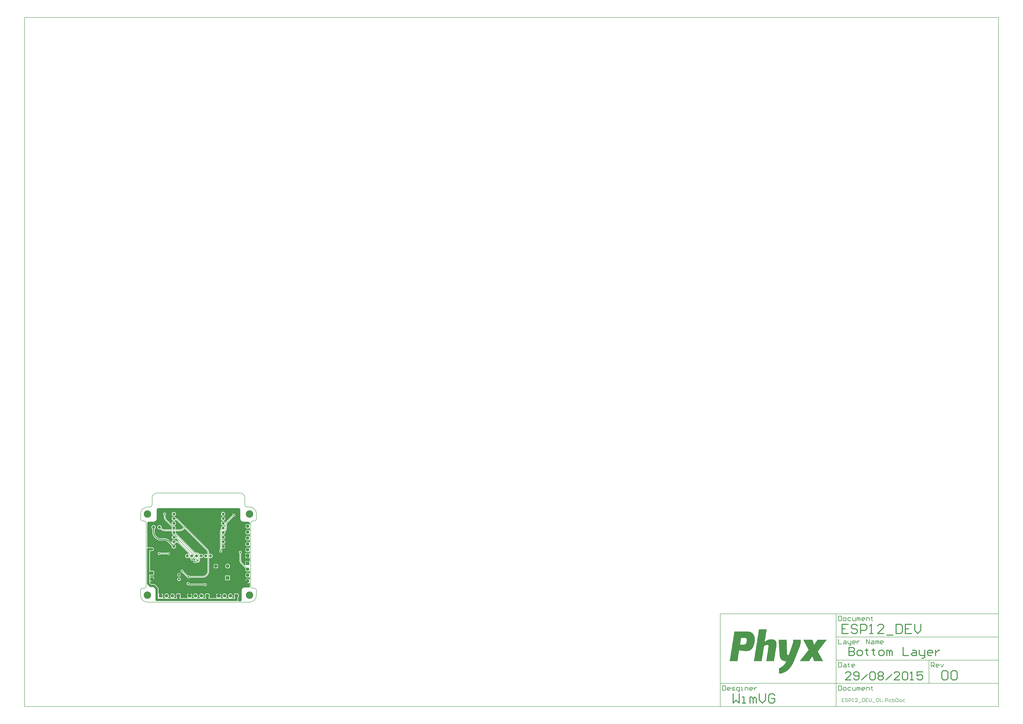
<source format=gbl>
G04 Layer_Physical_Order=2*
G04 Layer_Color=40191*
%FSLAX25Y25*%
%MOIN*%
G70*
G01*
G75*
%ADD10C,0.00787*%
%ADD12C,0.01181*%
%ADD14C,0.01575*%
%ADD41C,0.00984*%
%ADD42C,0.05118*%
%ADD43R,0.05906X0.05906*%
%ADD44C,0.05906*%
G04:AMPARAMS|DCode=45|XSize=59.06mil|YSize=59.06mil|CornerRadius=14.76mil|HoleSize=0mil|Usage=FLASHONLY|Rotation=180.000|XOffset=0mil|YOffset=0mil|HoleType=Round|Shape=RoundedRectangle|*
%AMROUNDEDRECTD45*
21,1,0.05906,0.02953,0,0,180.0*
21,1,0.02953,0.05906,0,0,180.0*
1,1,0.02953,-0.01476,0.01476*
1,1,0.02953,0.01476,0.01476*
1,1,0.02953,0.01476,-0.01476*
1,1,0.02953,-0.01476,-0.01476*
%
%ADD45ROUNDEDRECTD45*%
G04:AMPARAMS|DCode=46|XSize=59.06mil|YSize=59.06mil|CornerRadius=14.76mil|HoleSize=0mil|Usage=FLASHONLY|Rotation=90.000|XOffset=0mil|YOffset=0mil|HoleType=Round|Shape=RoundedRectangle|*
%AMROUNDEDRECTD46*
21,1,0.05906,0.02953,0,0,90.0*
21,1,0.02953,0.05906,0,0,90.0*
1,1,0.02953,0.01476,0.01476*
1,1,0.02953,0.01476,-0.01476*
1,1,0.02953,-0.01476,-0.01476*
1,1,0.02953,-0.01476,0.01476*
%
%ADD46ROUNDEDRECTD46*%
%ADD47C,0.05906*%
%ADD48R,0.05906X0.05906*%
%ADD49C,0.12598*%
%ADD50C,0.03937*%
%ADD51C,0.02756*%
%ADD52C,0.03937*%
G36*
X166580Y159667D02*
X166897Y159620D01*
X167208Y159542D01*
X167509Y159434D01*
X167799Y159297D01*
X168074Y159132D01*
X168331Y158941D01*
X168551Y158742D01*
X168567Y158724D01*
X168590Y158704D01*
X168804Y158465D01*
X169007Y158179D01*
X169176Y157872D01*
X169311Y157547D01*
X169408Y157210D01*
X169467Y156864D01*
X169485Y156543D01*
X169482Y156513D01*
Y142128D01*
X169482D01*
X169500Y141679D01*
X169515Y141551D01*
X169553Y141234D01*
X169640Y140793D01*
X169762Y140362D01*
X169917Y139941D01*
X170105Y139533D01*
X170324Y139142D01*
X170574Y138769D01*
X170852Y138416D01*
X171156Y138087D01*
X171485Y137782D01*
X171838Y137504D01*
X172211Y137255D01*
X172602Y137036D01*
X173010Y136848D01*
X173431Y136693D01*
X173863Y136571D01*
X174303Y136483D01*
X174620Y136446D01*
X174749Y136431D01*
X175197Y136413D01*
Y136413D01*
X183071D01*
X183094Y136415D01*
X183357Y136400D01*
X183640Y136352D01*
X183916Y136273D01*
X184181Y136163D01*
X184432Y136024D01*
X184666Y135858D01*
X184880Y135667D01*
X185071Y135453D01*
X185237Y135219D01*
X185375Y134968D01*
X185485Y134703D01*
X185565Y134427D01*
X185613Y134145D01*
X185627Y133882D01*
X185626Y133858D01*
Y131303D01*
X185035Y131108D01*
X184937Y131241D01*
X184677Y131527D01*
X184390Y131787D01*
X184080Y132018D01*
X183748Y132217D01*
X183398Y132382D01*
X183034Y132512D01*
X182659Y132606D01*
X182276Y132663D01*
X181890Y132682D01*
X181503Y132663D01*
X181121Y132606D01*
X180745Y132512D01*
X180381Y132382D01*
X180032Y132217D01*
X179700Y132018D01*
X179389Y131787D01*
X179103Y131527D01*
X178843Y131241D01*
X178612Y130930D01*
X178413Y130598D01*
X178248Y130249D01*
X178118Y129884D01*
X178024Y129509D01*
X177967Y129127D01*
X177948Y128740D01*
X177967Y128354D01*
X178024Y127971D01*
X178118Y127596D01*
X178248Y127232D01*
X178413Y126882D01*
X178612Y126550D01*
X178843Y126240D01*
X179103Y125953D01*
X179389Y125693D01*
X179700Y125463D01*
X180032Y125264D01*
X180381Y125099D01*
X180745Y124968D01*
X181121Y124874D01*
X181503Y124817D01*
X181890Y124798D01*
X182276Y124817D01*
X182659Y124874D01*
X183034Y124968D01*
X183398Y125099D01*
X183748Y125264D01*
X184080Y125463D01*
X184390Y125693D01*
X184677Y125953D01*
X184937Y126240D01*
X185035Y126372D01*
X185626Y126177D01*
Y121303D01*
X185035Y121108D01*
X184937Y121241D01*
X184677Y121527D01*
X184390Y121787D01*
X184080Y122018D01*
X183748Y122216D01*
X183398Y122382D01*
X183034Y122512D01*
X182659Y122606D01*
X182276Y122663D01*
X181890Y122682D01*
X181503Y122663D01*
X181121Y122606D01*
X180745Y122512D01*
X180381Y122382D01*
X180032Y122216D01*
X179700Y122018D01*
X179389Y121787D01*
X179103Y121527D01*
X178843Y121241D01*
X178612Y120930D01*
X178413Y120598D01*
X178248Y120249D01*
X178118Y119884D01*
X178024Y119509D01*
X177967Y119126D01*
X177948Y118740D01*
X177967Y118354D01*
X178024Y117971D01*
X178118Y117596D01*
X178248Y117232D01*
X178413Y116882D01*
X178612Y116550D01*
X178843Y116240D01*
X179103Y115953D01*
X179389Y115693D01*
X179700Y115463D01*
X180032Y115264D01*
X180381Y115099D01*
X180745Y114968D01*
X181121Y114874D01*
X181503Y114817D01*
X181890Y114798D01*
X182276Y114817D01*
X182659Y114874D01*
X183034Y114968D01*
X183398Y115099D01*
X183748Y115264D01*
X184080Y115463D01*
X184390Y115693D01*
X184677Y115953D01*
X184937Y116240D01*
X185035Y116372D01*
X185626Y116177D01*
Y111303D01*
X185035Y111108D01*
X184937Y111241D01*
X184677Y111527D01*
X184390Y111787D01*
X184080Y112018D01*
X183748Y112216D01*
X183398Y112382D01*
X183034Y112512D01*
X182659Y112606D01*
X182276Y112663D01*
X181890Y112682D01*
X181503Y112663D01*
X181121Y112606D01*
X180745Y112512D01*
X180381Y112382D01*
X180032Y112216D01*
X179700Y112018D01*
X179389Y111787D01*
X179103Y111527D01*
X178843Y111241D01*
X178612Y110930D01*
X178413Y110598D01*
X178248Y110249D01*
X178118Y109884D01*
X178024Y109509D01*
X177967Y109126D01*
X177948Y108740D01*
X177967Y108354D01*
X178024Y107971D01*
X178118Y107596D01*
X178248Y107232D01*
X178413Y106882D01*
X178612Y106550D01*
X178843Y106239D01*
X179103Y105953D01*
X179389Y105693D01*
X179700Y105463D01*
X180032Y105264D01*
X180381Y105098D01*
X180745Y104968D01*
X181121Y104874D01*
X181503Y104817D01*
X181890Y104798D01*
X182276Y104817D01*
X182659Y104874D01*
X183034Y104968D01*
X183398Y105098D01*
X183748Y105264D01*
X184080Y105463D01*
X184390Y105693D01*
X184677Y105953D01*
X184937Y106239D01*
X185035Y106372D01*
X185626Y106177D01*
Y101303D01*
X185035Y101108D01*
X184937Y101241D01*
X184677Y101527D01*
X184390Y101787D01*
X184080Y102018D01*
X183748Y102216D01*
X183398Y102382D01*
X183034Y102512D01*
X182659Y102606D01*
X182276Y102663D01*
X181890Y102682D01*
X181503Y102663D01*
X181121Y102606D01*
X180745Y102512D01*
X180381Y102382D01*
X180032Y102216D01*
X179700Y102018D01*
X179389Y101787D01*
X179103Y101527D01*
X178843Y101241D01*
X178612Y100930D01*
X178413Y100598D01*
X178248Y100249D01*
X178118Y99884D01*
X178024Y99509D01*
X177967Y99126D01*
X177948Y98740D01*
X177967Y98354D01*
X178024Y97971D01*
X178118Y97596D01*
X178248Y97232D01*
X178413Y96882D01*
X178612Y96550D01*
X178843Y96240D01*
X179103Y95953D01*
X179389Y95693D01*
X179700Y95463D01*
X180032Y95264D01*
X180381Y95099D01*
X180745Y94968D01*
X181121Y94874D01*
X181503Y94817D01*
X181890Y94798D01*
X182276Y94817D01*
X182659Y94874D01*
X183034Y94968D01*
X183398Y95099D01*
X183748Y95264D01*
X184080Y95463D01*
X184390Y95693D01*
X184677Y95953D01*
X184937Y96240D01*
X185035Y96372D01*
X185626Y96177D01*
Y91303D01*
X185035Y91108D01*
X184937Y91241D01*
X184677Y91527D01*
X184390Y91787D01*
X184080Y92018D01*
X183748Y92216D01*
X183398Y92382D01*
X183034Y92512D01*
X182659Y92606D01*
X182276Y92663D01*
X181890Y92682D01*
X181503Y92663D01*
X181121Y92606D01*
X180745Y92512D01*
X180381Y92382D01*
X180032Y92216D01*
X179700Y92018D01*
X179389Y91787D01*
X179103Y91527D01*
X178843Y91241D01*
X178612Y90930D01*
X178413Y90598D01*
X178248Y90249D01*
X178118Y89884D01*
X178024Y89509D01*
X177967Y89126D01*
X177948Y88740D01*
X177967Y88354D01*
X178024Y87971D01*
X178118Y87596D01*
X178248Y87232D01*
X178413Y86882D01*
X178612Y86550D01*
X178843Y86239D01*
X179103Y85953D01*
X179389Y85693D01*
X179700Y85463D01*
X180032Y85264D01*
X180381Y85098D01*
X180745Y84968D01*
X181121Y84874D01*
X181503Y84817D01*
X181890Y84798D01*
X182276Y84817D01*
X182659Y84874D01*
X183034Y84968D01*
X183398Y85098D01*
X183748Y85264D01*
X184080Y85463D01*
X184390Y85693D01*
X184677Y85953D01*
X184937Y86239D01*
X185035Y86372D01*
X185626Y86177D01*
Y82693D01*
X182390D01*
Y78740D01*
Y74787D01*
X185626D01*
Y69685D01*
X177953D01*
Y62475D01*
X177362Y62230D01*
X173198Y66395D01*
X173172Y66417D01*
X172809Y66804D01*
X172451Y67240D01*
X172123Y67699D01*
X171825Y68178D01*
X171559Y68675D01*
X171326Y69189D01*
X171127Y69717D01*
X170964Y70257D01*
X170835Y70807D01*
X170744Y71363D01*
X170688Y71925D01*
X170671Y72455D01*
X170674Y72489D01*
Y82728D01*
X170732Y82768D01*
X170965Y82972D01*
X171169Y83205D01*
X171342Y83462D01*
X171478Y83740D01*
X171578Y84033D01*
X171638Y84337D01*
X171659Y84646D01*
X171638Y84955D01*
X171578Y85258D01*
X171478Y85552D01*
X171342Y85829D01*
X171169Y86087D01*
X170965Y86320D01*
X170732Y86524D01*
X170475Y86696D01*
X170197Y86833D01*
X169904Y86932D01*
X169600Y86993D01*
X169291Y87013D01*
X168982Y86993D01*
X168679Y86932D01*
X168385Y86833D01*
X168108Y86696D01*
X167850Y86524D01*
X167617Y86320D01*
X167413Y86087D01*
X167241Y85829D01*
X167104Y85552D01*
X167005Y85258D01*
X166944Y84955D01*
X166924Y84646D01*
X166944Y84337D01*
X167005Y84033D01*
X167104Y83740D01*
X167241Y83462D01*
X167413Y83205D01*
X167617Y82972D01*
X167850Y82768D01*
X167909Y82728D01*
Y72489D01*
X167909D01*
X167927Y71850D01*
X167981Y71214D01*
X168070Y70582D01*
X168194Y69956D01*
X168354Y69337D01*
X168548Y68729D01*
X168775Y68133D01*
X169036Y67550D01*
X169329Y66983D01*
X169654Y66433D01*
X170008Y65902D01*
X170392Y65392D01*
X170804Y64904D01*
X171243Y64440D01*
X171243Y64440D01*
X178305Y57378D01*
X178248Y57257D01*
X178118Y56892D01*
X178024Y56517D01*
X177967Y56134D01*
X177948Y55748D01*
X177967Y55362D01*
X178024Y54979D01*
X178118Y54604D01*
X178248Y54240D01*
X178413Y53890D01*
X178612Y53558D01*
X178843Y53247D01*
X179103Y52961D01*
X179389Y52701D01*
X179700Y52471D01*
X180032Y52272D01*
X180381Y52106D01*
X180745Y51976D01*
X181121Y51882D01*
X181503Y51825D01*
X181890Y51806D01*
X182276Y51825D01*
X182659Y51882D01*
X183034Y51976D01*
X183398Y52106D01*
X183748Y52272D01*
X184080Y52471D01*
X184390Y52701D01*
X184677Y52961D01*
X184937Y53247D01*
X185035Y53380D01*
X185626Y53185D01*
Y48311D01*
X185035Y48116D01*
X184937Y48249D01*
X184677Y48535D01*
X184390Y48795D01*
X184080Y49025D01*
X183748Y49224D01*
X183398Y49390D01*
X183034Y49520D01*
X182659Y49614D01*
X182276Y49671D01*
X181890Y49690D01*
X181503Y49671D01*
X181121Y49614D01*
X180745Y49520D01*
X180381Y49390D01*
X180032Y49224D01*
X179700Y49025D01*
X179389Y48795D01*
X179103Y48535D01*
X178843Y48249D01*
X178612Y47938D01*
X178413Y47606D01*
X178248Y47256D01*
X178118Y46892D01*
X178024Y46517D01*
X177967Y46134D01*
X177948Y45748D01*
X177967Y45362D01*
X178024Y44979D01*
X178118Y44604D01*
X178248Y44240D01*
X178413Y43890D01*
X178612Y43558D01*
X178843Y43247D01*
X179103Y42961D01*
X179389Y42701D01*
X179700Y42471D01*
X180032Y42272D01*
X180381Y42106D01*
X180745Y41976D01*
X181121Y41882D01*
X181503Y41825D01*
X181890Y41806D01*
X182276Y41825D01*
X182659Y41882D01*
X183034Y41976D01*
X183398Y42106D01*
X183748Y42272D01*
X184080Y42471D01*
X184390Y42701D01*
X184677Y42961D01*
X184937Y43247D01*
X185035Y43380D01*
X185626Y43185D01*
Y38338D01*
X185035Y38142D01*
X184949Y38259D01*
X184688Y38546D01*
X184400Y38807D01*
X184088Y39039D01*
X183755Y39238D01*
X183404Y39404D01*
X183039Y39535D01*
X182662Y39630D01*
X182390Y39670D01*
Y35748D01*
Y31826D01*
X182662Y31867D01*
X183039Y31961D01*
X183404Y32092D01*
X183755Y32258D01*
X184088Y32458D01*
X184400Y32689D01*
X184688Y32950D01*
X184949Y33237D01*
X185035Y33354D01*
X185626Y33158D01*
Y25591D01*
X185627Y25571D01*
X185610Y25438D01*
X185551Y25295D01*
X185457Y25173D01*
X185335Y25079D01*
X185192Y25020D01*
X185059Y25003D01*
X185039Y25004D01*
X177165D01*
Y25005D01*
X176702Y24985D01*
X176589Y24970D01*
X176242Y24924D01*
X175788Y24824D01*
X175346Y24684D01*
X174917Y24507D01*
X174505Y24292D01*
X174114Y24043D01*
X173746Y23760D01*
X173404Y23447D01*
X173090Y23105D01*
X172807Y22737D01*
X172558Y22345D01*
X172344Y21933D01*
X172166Y21505D01*
X172027Y21062D01*
X171926Y20609D01*
X171880Y20261D01*
X171866Y20149D01*
X171845Y19685D01*
X171846D01*
Y3937D01*
X171848Y3914D01*
X171833Y3651D01*
X171785Y3368D01*
X171706Y3092D01*
X171596Y2827D01*
X171457Y2576D01*
X171291Y2342D01*
X171100Y2128D01*
X170886Y1937D01*
X170652Y1771D01*
X170401Y1632D01*
X170136Y1523D01*
X169860Y1443D01*
X169653Y1408D01*
X169650Y1409D01*
X169650Y1409D01*
X169424Y1464D01*
X169192Y1482D01*
Y1481D01*
X165195D01*
X164931Y2072D01*
X164950Y2093D01*
X165142Y2364D01*
X165302Y2654D01*
X165429Y2960D01*
X165521Y3279D01*
X165577Y3606D01*
X165595Y3937D01*
Y7384D01*
X165651Y7424D01*
X165857Y7608D01*
X166041Y7814D01*
X166201Y8039D01*
X166335Y8281D01*
X166440Y8536D01*
X166517Y8802D01*
X166563Y9075D01*
X166579Y9350D01*
Y12303D01*
X166563Y12579D01*
X166517Y12852D01*
X166440Y13117D01*
X166335Y13373D01*
X166201Y13614D01*
X166041Y13840D01*
X165857Y14046D01*
X165651Y14230D01*
X165425Y14390D01*
X165183Y14524D01*
X164928Y14629D01*
X164663Y14706D01*
X164390Y14752D01*
X164114Y14768D01*
X161161D01*
X160886Y14752D01*
X160613Y14706D01*
X160347Y14629D01*
X160092Y14524D01*
X159850Y14390D01*
X159625Y14230D01*
X159419Y14046D01*
X159235Y13840D01*
X159075Y13614D01*
X158941Y13373D01*
X158835Y13117D01*
X158759Y12852D01*
X158712Y12579D01*
X158697Y12303D01*
Y9350D01*
X158712Y9075D01*
X158759Y8802D01*
X158835Y8536D01*
X158941Y8281D01*
X159075Y8039D01*
X159235Y7814D01*
X159419Y7608D01*
X159556Y7485D01*
X159523Y7208D01*
X159374Y6894D01*
X154884D01*
X154720Y7485D01*
X154828Y7549D01*
X155138Y7780D01*
X155425Y8039D01*
X155685Y8326D01*
X155915Y8637D01*
X156114Y8969D01*
X156280Y9318D01*
X156410Y9683D01*
X156504Y10058D01*
X156561Y10440D01*
X156579Y10827D01*
X156561Y11213D01*
X156504Y11596D01*
X156410Y11971D01*
X156280Y12335D01*
X156114Y12685D01*
X155915Y13017D01*
X155685Y13327D01*
X155425Y13614D01*
X155138Y13874D01*
X154828Y14104D01*
X154496Y14303D01*
X154146Y14469D01*
X153782Y14599D01*
X153407Y14693D01*
X153024Y14750D01*
X152638Y14769D01*
X152251Y14750D01*
X151869Y14693D01*
X151494Y14599D01*
X151129Y14469D01*
X150780Y14303D01*
X150448Y14104D01*
X150137Y13874D01*
X149851Y13614D01*
X149591Y13327D01*
X149360Y13017D01*
X149162Y12685D01*
X148996Y12335D01*
X148866Y11971D01*
X148772Y11596D01*
X148715Y11213D01*
X148696Y10827D01*
X148715Y10440D01*
X148772Y10058D01*
X148866Y9683D01*
X148996Y9318D01*
X149162Y8969D01*
X149360Y8637D01*
X149591Y8326D01*
X149851Y8039D01*
X150137Y7780D01*
X150448Y7549D01*
X150555Y7485D01*
X150392Y6894D01*
X144884D01*
X144720Y7485D01*
X144828Y7549D01*
X145138Y7780D01*
X145425Y8039D01*
X145685Y8326D01*
X145915Y8637D01*
X146114Y8969D01*
X146280Y9318D01*
X146410Y9683D01*
X146504Y10058D01*
X146561Y10440D01*
X146580Y10827D01*
X146561Y11213D01*
X146504Y11596D01*
X146410Y11971D01*
X146280Y12335D01*
X146114Y12685D01*
X145915Y13017D01*
X145685Y13327D01*
X145425Y13614D01*
X145138Y13874D01*
X144828Y14104D01*
X144496Y14303D01*
X144146Y14469D01*
X143782Y14599D01*
X143407Y14693D01*
X143024Y14750D01*
X142638Y14769D01*
X142251Y14750D01*
X141869Y14693D01*
X141494Y14599D01*
X141129Y14469D01*
X140780Y14303D01*
X140448Y14104D01*
X140137Y13874D01*
X139851Y13614D01*
X139591Y13327D01*
X139360Y13017D01*
X139162Y12685D01*
X138996Y12335D01*
X138866Y11971D01*
X138772Y11596D01*
X138715Y11213D01*
X138696Y10827D01*
X138715Y10440D01*
X138772Y10058D01*
X138866Y9683D01*
X138996Y9318D01*
X139162Y8969D01*
X139360Y8637D01*
X139591Y8326D01*
X139851Y8039D01*
X140137Y7780D01*
X140448Y7549D01*
X140555Y7485D01*
X140392Y6894D01*
X135953D01*
X135791Y7181D01*
X135743Y7485D01*
X135868Y7597D01*
X136053Y7804D01*
X136214Y8031D01*
X136349Y8274D01*
X136455Y8531D01*
X136532Y8799D01*
X136579Y9073D01*
X136594Y9350D01*
Y10327D01*
X128681D01*
Y9350D01*
X128697Y9073D01*
X128743Y8799D01*
X128820Y8531D01*
X128927Y8274D01*
X129061Y8031D01*
X129222Y7804D01*
X129408Y7597D01*
X129533Y7485D01*
X129485Y7181D01*
X129323Y6894D01*
X116689D01*
X116540Y7208D01*
X116507Y7485D01*
X116644Y7608D01*
X116828Y7814D01*
X116988Y8039D01*
X117122Y8281D01*
X117228Y8536D01*
X117304Y8802D01*
X117351Y9075D01*
X117366Y9350D01*
Y12303D01*
X117351Y12579D01*
X117304Y12852D01*
X117228Y13117D01*
X117122Y13373D01*
X116988Y13614D01*
X116828Y13840D01*
X116644Y14046D01*
X116438Y14230D01*
X116213Y14390D01*
X115971Y14524D01*
X115716Y14629D01*
X115450Y14706D01*
X115178Y14752D01*
X114902Y14768D01*
X111949D01*
X111673Y14752D01*
X111400Y14706D01*
X111135Y14629D01*
X110880Y14524D01*
X110638Y14390D01*
X110412Y14230D01*
X110206Y14046D01*
X110022Y13840D01*
X109862Y13614D01*
X109728Y13373D01*
X109623Y13117D01*
X109546Y12852D01*
X109500Y12579D01*
X109484Y12303D01*
Y9350D01*
X109500Y9075D01*
X109546Y8802D01*
X109623Y8536D01*
X109728Y8281D01*
X109862Y8039D01*
X110022Y7814D01*
X110206Y7608D01*
X110344Y7485D01*
X110310Y7208D01*
X110162Y6894D01*
X105671D01*
X105508Y7485D01*
X105615Y7549D01*
X105926Y7780D01*
X106212Y8039D01*
X106472Y8326D01*
X106703Y8637D01*
X106902Y8969D01*
X107067Y9318D01*
X107197Y9683D01*
X107291Y10058D01*
X107348Y10440D01*
X107367Y10827D01*
X107348Y11213D01*
X107291Y11596D01*
X107197Y11971D01*
X107067Y12335D01*
X106902Y12685D01*
X106703Y13017D01*
X106472Y13327D01*
X106212Y13614D01*
X105926Y13874D01*
X105615Y14104D01*
X105283Y14303D01*
X104934Y14469D01*
X104569Y14599D01*
X104194Y14693D01*
X103812Y14750D01*
X103425Y14769D01*
X103039Y14750D01*
X102656Y14693D01*
X102281Y14599D01*
X101917Y14469D01*
X101567Y14303D01*
X101235Y14104D01*
X100925Y13874D01*
X100638Y13614D01*
X100378Y13327D01*
X100148Y13017D01*
X99949Y12685D01*
X99783Y12335D01*
X99653Y11971D01*
X99559Y11596D01*
X99502Y11213D01*
X99484Y10827D01*
X99502Y10440D01*
X99559Y10058D01*
X99653Y9683D01*
X99783Y9318D01*
X99949Y8969D01*
X100148Y8637D01*
X100378Y8326D01*
X100638Y8039D01*
X100925Y7780D01*
X101235Y7549D01*
X101343Y7485D01*
X101179Y6894D01*
X95671D01*
X95508Y7485D01*
X95615Y7549D01*
X95926Y7780D01*
X96212Y8039D01*
X96472Y8326D01*
X96703Y8637D01*
X96902Y8969D01*
X97067Y9318D01*
X97197Y9683D01*
X97291Y10058D01*
X97348Y10440D01*
X97367Y10827D01*
X97348Y11213D01*
X97291Y11596D01*
X97197Y11971D01*
X97067Y12335D01*
X96902Y12685D01*
X96703Y13017D01*
X96472Y13327D01*
X96212Y13614D01*
X95926Y13874D01*
X95615Y14104D01*
X95283Y14303D01*
X94934Y14469D01*
X94569Y14599D01*
X94194Y14693D01*
X93812Y14750D01*
X93425Y14769D01*
X93039Y14750D01*
X92656Y14693D01*
X92281Y14599D01*
X91917Y14469D01*
X91567Y14303D01*
X91235Y14104D01*
X90925Y13874D01*
X90638Y13614D01*
X90378Y13327D01*
X90148Y13017D01*
X89949Y12685D01*
X89784Y12335D01*
X89653Y11971D01*
X89559Y11596D01*
X89502Y11213D01*
X89483Y10827D01*
X89502Y10440D01*
X89559Y10058D01*
X89653Y9683D01*
X89784Y9318D01*
X89949Y8969D01*
X90148Y8637D01*
X90378Y8326D01*
X90638Y8039D01*
X90925Y7780D01*
X91235Y7549D01*
X91343Y7485D01*
X91179Y6894D01*
X86740D01*
X86578Y7181D01*
X86531Y7485D01*
X86655Y7597D01*
X86841Y7804D01*
X87002Y8031D01*
X87136Y8274D01*
X87243Y8531D01*
X87320Y8799D01*
X87366Y9073D01*
X87382Y9350D01*
Y10327D01*
X79469D01*
Y9350D01*
X79484Y9073D01*
X79531Y8799D01*
X79608Y8531D01*
X79714Y8274D01*
X79849Y8031D01*
X80010Y7804D01*
X80195Y7597D01*
X80320Y7485D01*
X80272Y7181D01*
X80110Y6894D01*
X67476D01*
X67327Y7208D01*
X67294Y7485D01*
X67432Y7608D01*
X67616Y7814D01*
X67776Y8039D01*
X67909Y8281D01*
X68015Y8536D01*
X68092Y8802D01*
X68138Y9075D01*
X68154Y9350D01*
Y12303D01*
X68138Y12579D01*
X68092Y12852D01*
X68015Y13117D01*
X67909Y13373D01*
X67776Y13614D01*
X67616Y13840D01*
X67432Y14046D01*
X67226Y14230D01*
X67000Y14390D01*
X66758Y14524D01*
X66503Y14629D01*
X66237Y14706D01*
X65965Y14752D01*
X65689Y14768D01*
X62736D01*
X62460Y14752D01*
X62188Y14706D01*
X61922Y14629D01*
X61667Y14524D01*
X61425Y14390D01*
X61200Y14230D01*
X60994Y14046D01*
X60809Y13840D01*
X60650Y13614D01*
X60516Y13373D01*
X60410Y13117D01*
X60334Y12852D01*
X60287Y12579D01*
X60272Y12303D01*
Y9350D01*
X60287Y9075D01*
X60334Y8802D01*
X60410Y8536D01*
X60516Y8281D01*
X60650Y8039D01*
X60809Y7814D01*
X60994Y7608D01*
X61131Y7485D01*
X61098Y7208D01*
X60949Y6894D01*
X56459D01*
X56295Y7485D01*
X56402Y7549D01*
X56713Y7780D01*
X57000Y8039D01*
X57260Y8326D01*
X57490Y8637D01*
X57689Y8969D01*
X57854Y9318D01*
X57985Y9683D01*
X58079Y10058D01*
X58135Y10440D01*
X58154Y10827D01*
X58135Y11213D01*
X58079Y11596D01*
X57985Y11971D01*
X57854Y12335D01*
X57689Y12685D01*
X57490Y13017D01*
X57260Y13327D01*
X57000Y13614D01*
X56713Y13874D01*
X56402Y14104D01*
X56071Y14303D01*
X55721Y14469D01*
X55357Y14599D01*
X54982Y14693D01*
X54599Y14750D01*
X54213Y14769D01*
X53826Y14750D01*
X53444Y14693D01*
X53068Y14599D01*
X52704Y14469D01*
X52355Y14303D01*
X52023Y14104D01*
X51712Y13874D01*
X51425Y13614D01*
X51166Y13327D01*
X50935Y13017D01*
X50736Y12685D01*
X50571Y12335D01*
X50441Y11971D01*
X50347Y11596D01*
X50290Y11213D01*
X50271Y10827D01*
X50290Y10440D01*
X50347Y10058D01*
X50441Y9683D01*
X50571Y9318D01*
X50736Y8969D01*
X50935Y8637D01*
X51166Y8326D01*
X51425Y8039D01*
X51712Y7780D01*
X52023Y7549D01*
X52130Y7485D01*
X51967Y6894D01*
X46459D01*
X46295Y7485D01*
X46402Y7549D01*
X46713Y7780D01*
X47000Y8039D01*
X47260Y8326D01*
X47490Y8637D01*
X47689Y8969D01*
X47854Y9318D01*
X47985Y9683D01*
X48079Y10058D01*
X48135Y10440D01*
X48154Y10827D01*
X48135Y11213D01*
X48079Y11596D01*
X47985Y11971D01*
X47854Y12335D01*
X47689Y12685D01*
X47490Y13017D01*
X47260Y13327D01*
X47000Y13614D01*
X46713Y13874D01*
X46402Y14104D01*
X46071Y14303D01*
X45721Y14469D01*
X45357Y14599D01*
X44982Y14693D01*
X44599Y14750D01*
X44213Y14769D01*
X43826Y14750D01*
X43444Y14693D01*
X43068Y14599D01*
X42704Y14469D01*
X42355Y14303D01*
X42023Y14104D01*
X41712Y13874D01*
X41425Y13614D01*
X41166Y13327D01*
X40935Y13017D01*
X40736Y12685D01*
X40571Y12335D01*
X40441Y11971D01*
X40347Y11596D01*
X40290Y11213D01*
X40271Y10827D01*
X40290Y10440D01*
X40347Y10058D01*
X40441Y9683D01*
X40571Y9318D01*
X40736Y8969D01*
X40935Y8637D01*
X41166Y8326D01*
X41425Y8039D01*
X41712Y7780D01*
X42023Y7549D01*
X42130Y7485D01*
X41967Y6894D01*
X37527D01*
X37365Y7181D01*
X37318Y7485D01*
X37443Y7597D01*
X37628Y7804D01*
X37789Y8031D01*
X37924Y8274D01*
X38030Y8531D01*
X38107Y8799D01*
X38154Y9073D01*
X38169Y9350D01*
Y10327D01*
X34213D01*
Y10827D01*
X33713D01*
Y14783D01*
X32736D01*
X32458Y14768D01*
X32184Y14721D01*
X31917Y14644D01*
X31660Y14538D01*
X31417Y14403D01*
X31190Y14242D01*
X31107Y14168D01*
X30672Y14300D01*
X30516Y14422D01*
Y22835D01*
X30498Y23166D01*
X30442Y23493D01*
X30351Y23811D01*
X30224Y24118D01*
X30063Y24408D01*
X29871Y24679D01*
X29650Y24926D01*
X24926Y29650D01*
X24679Y29871D01*
X24408Y30063D01*
X24118Y30224D01*
X23811Y30351D01*
X23493Y30442D01*
X23166Y30498D01*
X22835Y30516D01*
X18154D01*
X15949Y32721D01*
Y35238D01*
X15995Y35301D01*
X16540Y35581D01*
X16542Y35580D01*
X16799Y35474D01*
X17066Y35397D01*
X17340Y35350D01*
X17618Y35335D01*
X18595D01*
Y39291D01*
Y43248D01*
X17618D01*
X17340Y43232D01*
X17066Y43186D01*
X16799Y43109D01*
X16542Y43002D01*
X16540Y43001D01*
X15995Y43282D01*
X15949Y43344D01*
Y45258D01*
X16003Y45328D01*
X16540Y45599D01*
X16549Y45594D01*
X16804Y45489D01*
X17070Y45412D01*
X17342Y45366D01*
X17618Y45351D01*
X20571D01*
X20847Y45366D01*
X21119Y45412D01*
X21385Y45489D01*
X21640Y45594D01*
X21882Y45728D01*
X22107Y45888D01*
X22313Y46072D01*
X22498Y46278D01*
X22658Y46504D01*
X22791Y46746D01*
X22897Y47001D01*
X22974Y47267D01*
X23020Y47539D01*
X23035Y47815D01*
Y50768D01*
X23020Y51044D01*
X22974Y51316D01*
X22897Y51582D01*
X22791Y51837D01*
X22658Y52079D01*
X22498Y52304D01*
X22313Y52510D01*
X22107Y52694D01*
X21882Y52855D01*
X21640Y52988D01*
X21385Y53094D01*
X21119Y53170D01*
X20847Y53217D01*
X20571Y53232D01*
X17618D01*
X17342Y53217D01*
X17070Y53170D01*
X16804Y53094D01*
X16549Y52988D01*
X16540Y52983D01*
X16003Y53254D01*
X15949Y53325D01*
Y87003D01*
X19685D01*
X20016Y87022D01*
X20343Y87077D01*
X20662Y87169D01*
X20968Y87296D01*
X21259Y87457D01*
X21529Y87648D01*
X21776Y87869D01*
X21997Y88117D01*
X22189Y88387D01*
X22350Y88678D01*
X22477Y88984D01*
X22568Y89302D01*
X22624Y89630D01*
X22642Y89961D01*
X22624Y90292D01*
X22568Y90619D01*
X22477Y90937D01*
X22350Y91244D01*
X22189Y91534D01*
X21997Y91804D01*
X21776Y92052D01*
X21529Y92273D01*
X21259Y92465D01*
X20968Y92625D01*
X20662Y92752D01*
X20343Y92844D01*
X20016Y92899D01*
X19685Y92918D01*
X12992D01*
X12661Y92899D01*
X12334Y92844D01*
X12015Y92752D01*
X11856Y92686D01*
X11462Y92865D01*
X11266Y93055D01*
Y133957D01*
X11264Y133981D01*
X11279Y134244D01*
X11327Y134527D01*
X11406Y134802D01*
X11516Y135067D01*
X11655Y135318D01*
X11821Y135552D01*
X12012Y135766D01*
X12226Y135957D01*
X12460Y136123D01*
X12711Y136262D01*
X12976Y136372D01*
X13251Y136451D01*
X13534Y136499D01*
X13797Y136514D01*
X13821Y136512D01*
X21695D01*
Y136512D01*
X22143Y136530D01*
X22272Y136545D01*
X22589Y136582D01*
X23029Y136670D01*
X23460Y136792D01*
X23881Y136947D01*
X24289Y137135D01*
X24680Y137354D01*
X25054Y137603D01*
X25406Y137881D01*
X25735Y138186D01*
X26040Y138515D01*
X26318Y138868D01*
X26567Y139241D01*
X26786Y139632D01*
X26974Y140040D01*
X27130Y140461D01*
X27251Y140893D01*
X27339Y141333D01*
X27376Y141650D01*
X27392Y141778D01*
X27409Y142227D01*
X27409D01*
Y156612D01*
X27407Y156641D01*
X27424Y156947D01*
X27480Y157278D01*
X27573Y157600D01*
X27701Y157910D01*
X27863Y158203D01*
X28058Y158477D01*
X28262Y158705D01*
X28284Y158724D01*
X28299Y158742D01*
X28519Y158941D01*
X28776Y159132D01*
X29051Y159297D01*
X29341Y159434D01*
X29643Y159542D01*
X29954Y159620D01*
X30270Y159667D01*
X30566Y159681D01*
X30591Y159680D01*
X65701D01*
X65730Y159644D01*
X65880Y159521D01*
X66051Y159430D01*
X66236Y159374D01*
X66429Y159355D01*
X130251D01*
X130444Y159374D01*
X130630Y159430D01*
X130801Y159521D01*
X130951Y159644D01*
X130980Y159680D01*
X166260D01*
X166284Y159681D01*
X166580Y159667D01*
D02*
G37*
%LPC*%
G36*
X151732Y45118D02*
X143858D01*
Y37244D01*
X151732D01*
Y45118D01*
D02*
G37*
G36*
X20571Y43248D02*
X19594D01*
Y39791D01*
X23051D01*
Y40768D01*
X23035Y41045D01*
X22989Y41320D01*
X22912Y41587D01*
X22806Y41844D01*
X22671Y42087D01*
X22510Y42314D01*
X22325Y42522D01*
X22117Y42707D01*
X21891Y42868D01*
X21647Y43002D01*
X21390Y43109D01*
X21123Y43186D01*
X20849Y43232D01*
X20571Y43248D01*
D02*
G37*
G36*
X65354Y41737D02*
X65023Y41718D01*
X64696Y41663D01*
X64378Y41571D01*
X64071Y41444D01*
X63781Y41284D01*
X63510Y41092D01*
X63263Y40871D01*
X63042Y40623D01*
X62850Y40353D01*
X62690Y40063D01*
X62563Y39756D01*
X62471Y39438D01*
X62415Y39111D01*
X62397Y38780D01*
X62415Y38448D01*
X62471Y38121D01*
X62563Y37803D01*
X62690Y37496D01*
X62850Y37206D01*
X63042Y36936D01*
X63263Y36688D01*
X63510Y36467D01*
X63781Y36275D01*
X64071Y36115D01*
X64378Y35988D01*
X64696Y35896D01*
X65023Y35841D01*
X65354Y35822D01*
X65685Y35841D01*
X66012Y35896D01*
X66331Y35988D01*
X66637Y36115D01*
X66928Y36275D01*
X67198Y36467D01*
X67445Y36688D01*
X67667Y36936D01*
X67858Y37206D01*
X68019Y37496D01*
X68146Y37803D01*
X68238Y38121D01*
X68293Y38448D01*
X68312Y38780D01*
X68293Y39111D01*
X68238Y39438D01*
X68146Y39756D01*
X68019Y40063D01*
X67858Y40353D01*
X67667Y40623D01*
X67445Y40871D01*
X67198Y41092D01*
X66928Y41284D01*
X66637Y41444D01*
X66331Y41571D01*
X66012Y41663D01*
X65685Y41718D01*
X65354Y41737D01*
D02*
G37*
G36*
X181390Y39670D02*
X181118Y39630D01*
X180741Y39535D01*
X180375Y39404D01*
X180024Y39238D01*
X179691Y39039D01*
X179379Y38807D01*
X179091Y38546D01*
X178831Y38259D01*
X178599Y37947D01*
X178400Y37614D01*
X178234Y37262D01*
X178103Y36897D01*
X178008Y36520D01*
X177968Y36248D01*
X181390D01*
Y39670D01*
D02*
G37*
G36*
X64854Y49186D02*
X64693Y49158D01*
X64372Y49066D01*
X64064Y48939D01*
X63772Y48777D01*
X63501Y48584D01*
X63252Y48362D01*
X63030Y48114D01*
X62837Y47842D01*
X62676Y47550D01*
X62548Y47242D01*
X62456Y46921D01*
X62428Y46760D01*
X64854D01*
Y49186D01*
D02*
G37*
G36*
X65854D02*
Y46760D01*
X68280D01*
X68253Y46921D01*
X68161Y47242D01*
X68033Y47550D01*
X67872Y47842D01*
X67679Y48114D01*
X67457Y48362D01*
X67208Y48584D01*
X66936Y48777D01*
X66644Y48939D01*
X66336Y49066D01*
X66016Y49158D01*
X65854Y49186D01*
D02*
G37*
G36*
X64854Y45760D02*
X62428D01*
X62456Y45598D01*
X62548Y45278D01*
X62676Y44970D01*
X62837Y44678D01*
X63030Y44406D01*
X63252Y44157D01*
X63501Y43935D01*
X63772Y43742D01*
X64064Y43581D01*
X64372Y43453D01*
X64693Y43361D01*
X64854Y43334D01*
Y45760D01*
D02*
G37*
G36*
X68280D02*
X65854D01*
Y43334D01*
X66016Y43361D01*
X66336Y43453D01*
X66644Y43581D01*
X66936Y43742D01*
X67208Y43935D01*
X67457Y44157D01*
X67679Y44406D01*
X67872Y44678D01*
X68033Y44970D01*
X68161Y45278D01*
X68253Y45598D01*
X68280Y45760D01*
D02*
G37*
G36*
X84902Y14783D02*
X83925D01*
Y11327D01*
X87382D01*
Y12303D01*
X87366Y12581D01*
X87320Y12855D01*
X87243Y13122D01*
X87136Y13379D01*
X87002Y13623D01*
X86841Y13850D01*
X86655Y14057D01*
X86448Y14242D01*
X86221Y14403D01*
X85978Y14538D01*
X85721Y14644D01*
X85453Y14721D01*
X85179Y14768D01*
X84902Y14783D01*
D02*
G37*
G36*
X132138Y14783D02*
X131161D01*
X130884Y14768D01*
X130610Y14721D01*
X130342Y14644D01*
X130085Y14538D01*
X129842Y14403D01*
X129615Y14242D01*
X129408Y14057D01*
X129222Y13850D01*
X129061Y13623D01*
X128927Y13379D01*
X128820Y13122D01*
X128743Y12855D01*
X128697Y12581D01*
X128681Y12303D01*
Y11327D01*
X132138D01*
Y14783D01*
D02*
G37*
G36*
X35689Y14783D02*
X34713D01*
Y11327D01*
X38169D01*
Y12303D01*
X38154Y12581D01*
X38107Y12855D01*
X38030Y13122D01*
X37924Y13379D01*
X37789Y13623D01*
X37628Y13850D01*
X37443Y14057D01*
X37235Y14242D01*
X37009Y14403D01*
X36765Y14538D01*
X36508Y14644D01*
X36241Y14721D01*
X35967Y14768D01*
X35689Y14783D01*
D02*
G37*
G36*
X82925D02*
X81949D01*
X81671Y14768D01*
X81397Y14721D01*
X81130Y14644D01*
X80873Y14538D01*
X80629Y14403D01*
X80402Y14242D01*
X80195Y14057D01*
X80010Y13850D01*
X79849Y13623D01*
X79714Y13379D01*
X79608Y13122D01*
X79531Y12855D01*
X79484Y12581D01*
X79469Y12303D01*
Y11327D01*
X82925D01*
Y14783D01*
D02*
G37*
G36*
X181390Y35248D02*
X177968D01*
X178008Y34976D01*
X178103Y34599D01*
X178234Y34234D01*
X178400Y33882D01*
X178599Y33549D01*
X178831Y33237D01*
X179091Y32950D01*
X179379Y32689D01*
X179691Y32458D01*
X180024Y32258D01*
X180375Y32092D01*
X180741Y31961D01*
X181118Y31867D01*
X181390Y31826D01*
Y35248D01*
D02*
G37*
G36*
X23051Y38791D02*
X19594D01*
Y35335D01*
X20571D01*
X20849Y35350D01*
X21123Y35397D01*
X21390Y35474D01*
X21647Y35580D01*
X21891Y35715D01*
X22117Y35876D01*
X22325Y36061D01*
X22510Y36268D01*
X22671Y36495D01*
X22806Y36739D01*
X22912Y36996D01*
X22989Y37263D01*
X23035Y37537D01*
X23051Y37815D01*
Y38791D01*
D02*
G37*
G36*
X134114Y14783D02*
X133138D01*
Y11327D01*
X136594D01*
Y12303D01*
X136579Y12581D01*
X136532Y12855D01*
X136455Y13122D01*
X136349Y13379D01*
X136214Y13623D01*
X136053Y13850D01*
X135868Y14057D01*
X135661Y14242D01*
X135434Y14403D01*
X135190Y14538D01*
X134933Y14644D01*
X134666Y14721D01*
X134392Y14768D01*
X134114Y14783D01*
D02*
G37*
G36*
X80709Y33863D02*
X80400Y33843D01*
X80096Y33783D01*
X79803Y33683D01*
X79525Y33546D01*
X79268Y33374D01*
X79035Y33170D01*
X78831Y32937D01*
X78658Y32680D01*
X78522Y32402D01*
X78422Y32109D01*
X78362Y31805D01*
X78341Y31496D01*
X78362Y31187D01*
X78422Y30883D01*
X78522Y30590D01*
X78658Y30312D01*
X78831Y30055D01*
X79035Y29822D01*
X79268Y29618D01*
X79525Y29446D01*
X79803Y29309D01*
X80096Y29209D01*
X80400Y29149D01*
X80709Y29129D01*
X81018Y29149D01*
X81146Y29175D01*
X81406Y29020D01*
X81915Y28766D01*
X82440Y28548D01*
X82980Y28369D01*
X83530Y28228D01*
X84090Y28127D01*
X84642Y28068D01*
X84655Y28066D01*
X85223Y28046D01*
Y28046D01*
X108184D01*
X108267Y27952D01*
X108500Y27748D01*
X108757Y27576D01*
X109035Y27439D01*
X109328Y27339D01*
X109632Y27279D01*
X109941Y27259D01*
X110250Y27279D01*
X110554Y27339D01*
X110847Y27439D01*
X111125Y27576D01*
X111382Y27748D01*
X111615Y27952D01*
X111819Y28185D01*
X111991Y28442D01*
X112128Y28720D01*
X112227Y29013D01*
X112288Y29317D01*
X112308Y29626D01*
X112288Y29935D01*
X112227Y30239D01*
X112128Y30532D01*
X111991Y30810D01*
X111819Y31067D01*
X111615Y31300D01*
X111382Y31504D01*
X111125Y31676D01*
X110847Y31813D01*
X110554Y31913D01*
X110250Y31973D01*
X109941Y31993D01*
X109632Y31973D01*
X109328Y31913D01*
X109035Y31813D01*
X108757Y31676D01*
X108500Y31504D01*
X108267Y31300D01*
X108184Y31206D01*
X85223D01*
X85188Y31203D01*
X84804Y31220D01*
X84388Y31274D01*
X83979Y31365D01*
X83578Y31491D01*
X83191Y31652D01*
X83061Y31719D01*
X83056Y31805D01*
X82995Y32109D01*
X82896Y32402D01*
X82759Y32680D01*
X82587Y32937D01*
X82383Y33170D01*
X82150Y33374D01*
X81892Y33546D01*
X81615Y33683D01*
X81321Y33783D01*
X81018Y33843D01*
X80709Y33863D01*
D02*
G37*
G36*
X40945Y151974D02*
X40636Y151953D01*
X40332Y151893D01*
X40039Y151793D01*
X39761Y151656D01*
X39504Y151484D01*
X39271Y151280D01*
X39067Y151047D01*
X38895Y150790D01*
X38758Y150512D01*
X38658Y150219D01*
X38598Y149915D01*
X38578Y149606D01*
X38598Y149297D01*
X38658Y148994D01*
X38758Y148700D01*
X38895Y148423D01*
X39067Y148165D01*
X39271Y147932D01*
X39504Y147728D01*
X39563Y147689D01*
Y145776D01*
X39562D01*
X39580Y145138D01*
X39634Y144502D01*
X39723Y143869D01*
X39848Y143243D01*
X40007Y142625D01*
X40201Y142017D01*
X40429Y141420D01*
X40690Y140837D01*
X40983Y140270D01*
X41307Y139720D01*
X41662Y139189D01*
X42046Y138679D01*
X42458Y138191D01*
X42896Y137727D01*
X42896Y137728D01*
X53308Y127316D01*
X53200Y127014D01*
X53115Y126676D01*
X53064Y126332D01*
X53047Y125984D01*
X53064Y125637D01*
X53115Y125292D01*
X53200Y124954D01*
X53317Y124627D01*
X53466Y124312D01*
X53645Y124013D01*
X53343Y123429D01*
X41426D01*
X41392Y123427D01*
X40862Y123444D01*
X40300Y123500D01*
X39744Y123591D01*
X39194Y123720D01*
X38654Y123883D01*
X38126Y124082D01*
X37612Y124315D01*
X37115Y124581D01*
X36636Y124879D01*
X36177Y125207D01*
X35741Y125565D01*
X35453Y125835D01*
X35560Y126136D01*
X35645Y126473D01*
X35696Y126818D01*
X35713Y127165D01*
X35696Y127513D01*
X35645Y127857D01*
X35560Y128195D01*
X35443Y128523D01*
X35294Y128838D01*
X35115Y129136D01*
X34908Y129416D01*
X34674Y129674D01*
X34416Y129908D01*
X34136Y130115D01*
X33838Y130294D01*
X33523Y130443D01*
X33195Y130560D01*
X32857Y130645D01*
X32513Y130696D01*
X32165Y130713D01*
X31818Y130696D01*
X31473Y130645D01*
X31136Y130560D01*
X30808Y130443D01*
X30493Y130294D01*
X30194Y130115D01*
X29915Y129908D01*
X29657Y129674D01*
X29423Y129416D01*
X29216Y129136D01*
X29037Y128838D01*
X28888Y128523D01*
X28771Y128195D01*
X28686Y127857D01*
X28635Y127513D01*
X28618Y127165D01*
X28635Y126818D01*
X28686Y126473D01*
X28771Y126136D01*
X28888Y125808D01*
X29037Y125493D01*
X29216Y125194D01*
X29423Y124915D01*
X29657Y124657D01*
X29915Y124423D01*
X30194Y124216D01*
X30493Y124037D01*
X30808Y123888D01*
X31136Y123771D01*
X31473Y123686D01*
X31818Y123635D01*
X32165Y123618D01*
X32513Y123635D01*
X32857Y123686D01*
X33195Y123771D01*
X33502Y123880D01*
X33841Y123560D01*
X34329Y123148D01*
X34839Y122764D01*
X35370Y122409D01*
X35920Y122085D01*
X36487Y121792D01*
X37070Y121531D01*
X37666Y121303D01*
X38275Y121110D01*
X38893Y120950D01*
X39519Y120826D01*
X40151Y120736D01*
X40787Y120683D01*
X41426Y120665D01*
Y120665D01*
X53343D01*
X53645Y120081D01*
X53466Y119783D01*
X53317Y119468D01*
X53200Y119140D01*
X53115Y118802D01*
X53064Y118458D01*
X53047Y118110D01*
X53064Y117762D01*
X53115Y117418D01*
X53200Y117080D01*
X53317Y116753D01*
X53466Y116438D01*
X53645Y116139D01*
X53852Y115860D01*
X54086Y115602D01*
X54344Y115368D01*
X54624Y115161D01*
X54922Y114982D01*
X55237Y114833D01*
X55565Y114715D01*
X55902Y114631D01*
X56247Y114580D01*
X56595Y114563D01*
X56942Y114580D01*
X57287Y114631D01*
X57624Y114715D01*
X57952Y114833D01*
X58263Y114980D01*
X62730Y110512D01*
X62357Y110050D01*
X62113Y110208D01*
X61598Y110498D01*
X61067Y110757D01*
X60521Y110983D01*
X60017Y111157D01*
X59989Y111266D01*
X59872Y111594D01*
X59723Y111908D01*
X59544Y112207D01*
X59337Y112487D01*
X59103Y112745D01*
X58845Y112978D01*
X58565Y113186D01*
X58267Y113365D01*
X57952Y113514D01*
X57624Y113631D01*
X57287Y113716D01*
X56942Y113767D01*
X56595Y113784D01*
X56247Y113767D01*
X55902Y113716D01*
X55565Y113631D01*
X55237Y113514D01*
X54922Y113365D01*
X54624Y113186D01*
X54344Y112978D01*
X54086Y112745D01*
X53852Y112487D01*
X53645Y112207D01*
X53466Y111908D01*
X53317Y111594D01*
X53200Y111266D01*
X53115Y110928D01*
X53064Y110584D01*
X53047Y110236D01*
X53064Y109889D01*
X53115Y109544D01*
X53200Y109206D01*
X53317Y108879D01*
X53466Y108564D01*
X53645Y108265D01*
X53852Y107986D01*
X54086Y107728D01*
X54344Y107494D01*
X54624Y107287D01*
X54922Y107108D01*
X55237Y106959D01*
X55565Y106841D01*
X55902Y106757D01*
X56247Y106706D01*
X56595Y106689D01*
X56942Y106706D01*
X57287Y106757D01*
X57624Y106841D01*
X57952Y106959D01*
X58267Y107108D01*
X58565Y107287D01*
X58845Y107494D01*
X59103Y107728D01*
X59337Y107986D01*
X59544Y108265D01*
X59608Y108372D01*
X59969Y108223D01*
X60417Y107999D01*
X60848Y107743D01*
X61260Y107457D01*
X61650Y107142D01*
X61994Y106822D01*
X62015Y106798D01*
X65898Y102915D01*
X65528Y102450D01*
X65279Y102604D01*
X64788Y102867D01*
X64281Y103097D01*
X63759Y103293D01*
X63226Y103455D01*
X62684Y103581D01*
X62134Y103672D01*
X61606Y103724D01*
X61580Y103726D01*
X61024Y103745D01*
Y103744D01*
X59860D01*
X59723Y104034D01*
X59544Y104333D01*
X59337Y104613D01*
X59103Y104871D01*
X58845Y105104D01*
X58565Y105312D01*
X58267Y105491D01*
X57952Y105640D01*
X57624Y105757D01*
X57287Y105842D01*
X56942Y105893D01*
X56595Y105910D01*
X56247Y105893D01*
X55902Y105842D01*
X55565Y105757D01*
X55237Y105640D01*
X54922Y105491D01*
X54624Y105312D01*
X54344Y105104D01*
X54086Y104871D01*
X53852Y104613D01*
X53645Y104333D01*
X53466Y104034D01*
X53317Y103720D01*
X53200Y103392D01*
X53115Y103054D01*
X53064Y102710D01*
X53047Y102362D01*
X53064Y102015D01*
X53115Y101670D01*
X53200Y101332D01*
X53257Y101171D01*
X52746Y100848D01*
X48549Y105044D01*
X48549Y105045D01*
X48549Y105045D01*
X48094Y105474D01*
X47614Y105874D01*
X47111Y106244D01*
X46586Y106584D01*
X46042Y106891D01*
X45480Y107164D01*
X44903Y107403D01*
X44312Y107607D01*
X43710Y107775D01*
X43099Y107906D01*
X42481Y108000D01*
X41859Y108057D01*
X41234Y108076D01*
Y108075D01*
X34457D01*
X34426Y108073D01*
X33919Y108089D01*
X33383Y108142D01*
X32852Y108230D01*
X32328Y108352D01*
X31812Y108508D01*
X31308Y108698D01*
X30818Y108920D01*
X30343Y109174D01*
X29886Y109458D01*
X29448Y109772D01*
X29032Y110113D01*
X28662Y110460D01*
X28642Y110484D01*
X26350Y112775D01*
X26326Y112796D01*
X25980Y113166D01*
X25638Y113582D01*
X25324Y114020D01*
X25040Y114477D01*
X24786Y114952D01*
X24564Y115442D01*
X24374Y115946D01*
X24218Y116462D01*
X24096Y116986D01*
X24008Y117517D01*
X23955Y118053D01*
X23939Y118560D01*
X23941Y118591D01*
Y124099D01*
X24136Y124216D01*
X24416Y124423D01*
X24674Y124657D01*
X24908Y124915D01*
X25115Y125194D01*
X25294Y125493D01*
X25443Y125808D01*
X25560Y126136D01*
X25645Y126473D01*
X25696Y126818D01*
X25713Y127165D01*
X25696Y127513D01*
X25645Y127857D01*
X25560Y128195D01*
X25443Y128523D01*
X25294Y128838D01*
X25115Y129136D01*
X24908Y129416D01*
X24674Y129674D01*
X24416Y129908D01*
X24136Y130115D01*
X23838Y130294D01*
X23523Y130443D01*
X23195Y130560D01*
X22858Y130645D01*
X22513Y130696D01*
X22165Y130713D01*
X21818Y130696D01*
X21473Y130645D01*
X21136Y130560D01*
X20808Y130443D01*
X20493Y130294D01*
X20194Y130115D01*
X19915Y129908D01*
X19657Y129674D01*
X19423Y129416D01*
X19216Y129136D01*
X19037Y128838D01*
X18888Y128523D01*
X18771Y128195D01*
X18686Y127857D01*
X18635Y127513D01*
X18618Y127165D01*
X18635Y126818D01*
X18686Y126473D01*
X18771Y126136D01*
X18888Y125808D01*
X19037Y125493D01*
X19216Y125194D01*
X19423Y124915D01*
X19657Y124657D01*
X19915Y124423D01*
X20194Y124216D01*
X20390Y124099D01*
Y118591D01*
X20389D01*
X20408Y117931D01*
X20463Y117272D01*
X20556Y116618D01*
X20684Y115971D01*
X20849Y115331D01*
X21050Y114701D01*
X21285Y114084D01*
X21555Y113481D01*
X21858Y112894D01*
X22194Y112326D01*
X22561Y111776D01*
X22958Y111249D01*
X23384Y110744D01*
X23838Y110264D01*
X23839Y110265D01*
X26131Y107973D01*
X26130Y107972D01*
X26610Y107518D01*
X27115Y107092D01*
X27643Y106695D01*
X28192Y106328D01*
X28761Y105992D01*
X29348Y105689D01*
X29950Y105419D01*
X30568Y105184D01*
X31197Y104983D01*
X31837Y104818D01*
X32484Y104689D01*
X33139Y104597D01*
X33797Y104542D01*
X34457Y104523D01*
Y104524D01*
X41234D01*
X41264Y104526D01*
X41719Y104509D01*
X42201Y104458D01*
X42679Y104371D01*
X43149Y104252D01*
X43609Y104098D01*
X44058Y103913D01*
X44491Y103695D01*
X44909Y103448D01*
X45307Y103171D01*
X45685Y102867D01*
X46018Y102556D01*
X46038Y102534D01*
X53171Y95401D01*
X53115Y95180D01*
X53064Y94836D01*
X53047Y94488D01*
X53064Y94140D01*
X53115Y93796D01*
X53200Y93458D01*
X53317Y93131D01*
X53466Y92816D01*
X53645Y92517D01*
X53852Y92238D01*
X54086Y91980D01*
X54344Y91746D01*
X54624Y91539D01*
X54922Y91360D01*
X55237Y91211D01*
X55565Y91093D01*
X55902Y91009D01*
X56247Y90958D01*
X56595Y90941D01*
X56942Y90958D01*
X57287Y91009D01*
X57624Y91093D01*
X57952Y91211D01*
X58267Y91360D01*
X58565Y91539D01*
X58845Y91746D01*
X59103Y91980D01*
X59337Y92238D01*
X59544Y92517D01*
X59723Y92816D01*
X59872Y93131D01*
X59989Y93458D01*
X60074Y93796D01*
X60125Y94140D01*
X60142Y94488D01*
X60125Y94836D01*
X60074Y95180D01*
X59989Y95518D01*
X59872Y95846D01*
X59723Y96161D01*
X59544Y96459D01*
X59337Y96739D01*
X59103Y96997D01*
X58845Y97230D01*
X58565Y97438D01*
X58267Y97617D01*
X57952Y97766D01*
X57624Y97883D01*
X57287Y97968D01*
X56942Y98019D01*
X56595Y98036D01*
X56247Y98019D01*
X55902Y97968D01*
X55681Y97912D01*
X55080Y98514D01*
X55404Y99025D01*
X55565Y98967D01*
X55902Y98883D01*
X56247Y98832D01*
X56595Y98815D01*
X56942Y98832D01*
X57287Y98883D01*
X57624Y98967D01*
X57952Y99085D01*
X58267Y99234D01*
X58565Y99413D01*
X58845Y99620D01*
X59103Y99854D01*
X59337Y100112D01*
X59544Y100391D01*
X59723Y100690D01*
X59860Y100980D01*
X61024D01*
X61054Y100982D01*
X61475Y100966D01*
X61923Y100913D01*
X62366Y100825D01*
X62801Y100702D01*
X63224Y100546D01*
X63634Y100357D01*
X64028Y100136D01*
X64403Y99885D01*
X64758Y99606D01*
X65066Y99321D01*
X65086Y99298D01*
X65086Y99298D01*
X65087Y99297D01*
X80678Y83706D01*
X80679Y83705D01*
X80680Y83704D01*
X80702Y83685D01*
X80963Y83400D01*
X81218Y83068D01*
X81443Y82715D01*
X81636Y82343D01*
X81797Y81956D01*
X81866Y81736D01*
X81411Y81390D01*
X81358Y81375D01*
X81078Y81543D01*
X80763Y81692D01*
X80435Y81809D01*
X80098Y81894D01*
X79753Y81945D01*
X79405Y81962D01*
X79058Y81945D01*
X78713Y81894D01*
X78376Y81809D01*
X78048Y81692D01*
X77733Y81543D01*
X77435Y81364D01*
X77155Y81156D01*
X76897Y80923D01*
X76663Y80665D01*
X76456Y80385D01*
X76277Y80086D01*
X76128Y79772D01*
X76011Y79444D01*
X75926Y79106D01*
X75875Y78762D01*
X75858Y78414D01*
X75875Y78066D01*
X75926Y77722D01*
X76011Y77384D01*
X76128Y77057D01*
X76277Y76742D01*
X76456Y76443D01*
X76663Y76164D01*
X76897Y75906D01*
X77155Y75672D01*
X77435Y75464D01*
X77733Y75286D01*
X78048Y75137D01*
X78376Y75019D01*
X78713Y74935D01*
X79058Y74884D01*
X79405Y74867D01*
X79753Y74884D01*
X80098Y74935D01*
X80435Y75019D01*
X80763Y75137D01*
X81078Y75286D01*
X81376Y75464D01*
X81656Y75672D01*
X81914Y75906D01*
X82027Y76030D01*
X82547Y76042D01*
X82713Y75992D01*
X82934Y75645D01*
X83083Y75451D01*
X83083Y75451D01*
X83083Y75451D01*
X83083Y75451D01*
X83083Y75450D01*
X83184Y75319D01*
X83461Y75017D01*
X83462Y75017D01*
X85265Y73213D01*
X85251Y73144D01*
X85231Y72835D01*
X85251Y72526D01*
X85312Y72222D01*
X85411Y71929D01*
X85548Y71651D01*
X85720Y71394D01*
X85925Y71161D01*
X86157Y70957D01*
X86415Y70784D01*
X86693Y70648D01*
X86986Y70548D01*
X87289Y70488D01*
X87598Y70467D01*
X87907Y70488D01*
X88211Y70548D01*
X88504Y70648D01*
X88782Y70784D01*
X89039Y70957D01*
X89272Y71161D01*
X89477Y71394D01*
X89649Y71651D01*
X89785Y71929D01*
X89885Y72222D01*
X89946Y72526D01*
X89966Y72835D01*
X89946Y73144D01*
X89885Y73447D01*
X89785Y73741D01*
X89649Y74018D01*
X89477Y74276D01*
X89272Y74509D01*
X89039Y74713D01*
X88996Y74867D01*
X89047Y75371D01*
X89060Y75395D01*
X89176Y75464D01*
X89456Y75672D01*
X89647Y75845D01*
X89724Y75863D01*
X89872Y75853D01*
X90325Y75700D01*
X90369Y75582D01*
X90547Y75196D01*
X90754Y74825D01*
X90991Y74472D01*
X91254Y74138D01*
X91538Y73831D01*
X91540Y73828D01*
X91541Y73827D01*
X91541Y73827D01*
X91542Y73826D01*
X93854Y71514D01*
X93821Y71232D01*
X93819Y71231D01*
X93211Y70948D01*
X92933Y71085D01*
X92640Y71184D01*
X92336Y71245D01*
X92028Y71265D01*
X91719Y71245D01*
X91415Y71184D01*
X91122Y71085D01*
X90844Y70948D01*
X90587Y70776D01*
X90354Y70572D01*
X90149Y70339D01*
X89977Y70081D01*
X89841Y69804D01*
X89741Y69510D01*
X89680Y69207D01*
X89660Y68898D01*
X89680Y68589D01*
X89741Y68285D01*
X89841Y67992D01*
X89977Y67714D01*
X90149Y67457D01*
X90354Y67224D01*
X90587Y67020D01*
X90844Y66847D01*
X91122Y66711D01*
X91415Y66611D01*
X91719Y66551D01*
X92028Y66530D01*
X92336Y66551D01*
X92640Y66611D01*
X92933Y66711D01*
X93211Y66847D01*
X93469Y67020D01*
X93585Y67122D01*
X96850D01*
Y67121D01*
X97217Y67140D01*
X97581Y67193D01*
X97937Y67283D01*
X98283Y67406D01*
X98616Y67564D01*
X98931Y67753D01*
X99226Y67971D01*
X99498Y68218D01*
X99745Y68490D01*
X99964Y68786D01*
X100153Y69101D01*
X100310Y69433D01*
X100434Y69779D01*
X100523Y70136D01*
X100577Y70499D01*
X100595Y70866D01*
X100595D01*
Y75055D01*
X100755Y75205D01*
X101185Y75374D01*
X101333Y75286D01*
X101648Y75137D01*
X101976Y75019D01*
X102313Y74935D01*
X102658Y74884D01*
X103006Y74867D01*
X103353Y74884D01*
X103698Y74935D01*
X104035Y75019D01*
X104363Y75137D01*
X104678Y75286D01*
X104976Y75464D01*
X105256Y75672D01*
X105514Y75906D01*
X105748Y76164D01*
X105955Y76443D01*
X106134Y76742D01*
X106283Y77057D01*
X106400Y77384D01*
X106485Y77722D01*
X106536Y78066D01*
X106553Y78414D01*
X106536Y78762D01*
X106485Y79106D01*
X106400Y79444D01*
X106283Y79772D01*
X106134Y80086D01*
X105955Y80385D01*
X105748Y80665D01*
X105514Y80923D01*
X105256Y81156D01*
X104976Y81364D01*
X104678Y81543D01*
X104363Y81692D01*
X104035Y81809D01*
X103698Y81894D01*
X103353Y81945D01*
X103006Y81962D01*
X102658Y81945D01*
X102313Y81894D01*
X101976Y81809D01*
X101648Y81692D01*
X101333Y81543D01*
X101035Y81364D01*
X100834Y81215D01*
X100455Y81238D01*
X100247Y81295D01*
X100121Y81379D01*
X99960Y81688D01*
X99737Y82037D01*
X99485Y82365D01*
X99206Y82670D01*
X98901Y82950D01*
X98573Y83202D01*
X98224Y83424D01*
X97857Y83615D01*
X97474Y83774D01*
X97080Y83898D01*
X96676Y83988D01*
X96427Y84020D01*
X96427Y84020D01*
X96427Y84020D01*
X96426Y84020D01*
X96426Y84020D01*
X96266Y84042D01*
X95852Y84060D01*
Y84059D01*
X94488D01*
X94463Y84057D01*
X94157Y84072D01*
X93830Y84121D01*
X93509Y84201D01*
X93197Y84313D01*
X92898Y84455D01*
X92614Y84625D01*
X92348Y84822D01*
X92122Y85027D01*
X92106Y85046D01*
X60006Y117146D01*
X60074Y117418D01*
X60125Y117762D01*
X60142Y118110D01*
X60125Y118458D01*
X60074Y118802D01*
X59989Y119140D01*
X59872Y119468D01*
X59723Y119783D01*
X59544Y120081D01*
X59846Y120665D01*
X67197D01*
Y120665D01*
X67726Y120682D01*
X67778Y120687D01*
X68254Y120734D01*
X68777Y120821D01*
X69294Y120941D01*
X69801Y121095D01*
X70297Y121282D01*
X70780Y121501D01*
X71248Y121751D01*
X71698Y122031D01*
X72129Y122339D01*
X72499Y122643D01*
X72539Y122676D01*
X72922Y123035D01*
X72922Y123035D01*
X72923Y123035D01*
X72923Y123035D01*
X72926Y123038D01*
X72926Y123038D01*
X75099Y125211D01*
X111054Y89255D01*
X111080Y89233D01*
X111443Y88846D01*
X111801Y88410D01*
X112129Y87951D01*
X112427Y87472D01*
X112693Y86974D01*
X112926Y86460D01*
X113125Y85932D01*
X113288Y85392D01*
X113417Y84843D01*
X113508Y84286D01*
X113564Y83725D01*
X113581Y83195D01*
X113578Y83161D01*
Y81480D01*
X113230Y81264D01*
X112988Y81207D01*
X112776Y81364D01*
X112478Y81543D01*
X112163Y81692D01*
X111835Y81809D01*
X111498Y81894D01*
X111153Y81945D01*
X110805Y81962D01*
X110458Y81945D01*
X110113Y81894D01*
X109776Y81809D01*
X109448Y81692D01*
X109133Y81543D01*
X108835Y81364D01*
X108555Y81156D01*
X108297Y80923D01*
X108063Y80665D01*
X107856Y80385D01*
X107677Y80086D01*
X107528Y79772D01*
X107411Y79444D01*
X107326Y79106D01*
X107275Y78762D01*
X107258Y78414D01*
X107275Y78066D01*
X107326Y77722D01*
X107411Y77384D01*
X107528Y77057D01*
X107677Y76742D01*
X107856Y76443D01*
X108063Y76164D01*
X108297Y75906D01*
X108555Y75672D01*
X108835Y75464D01*
X109133Y75286D01*
X109448Y75137D01*
X109776Y75019D01*
X110113Y74935D01*
X110458Y74884D01*
X110805Y74867D01*
X111153Y74884D01*
X111498Y74935D01*
X111835Y75019D01*
X112163Y75137D01*
X112478Y75286D01*
X112776Y75464D01*
X112988Y75621D01*
X113230Y75564D01*
X113578Y75348D01*
Y52913D01*
X113581Y52880D01*
X113564Y52350D01*
X113508Y51788D01*
X113417Y51231D01*
X113288Y50682D01*
X113125Y50142D01*
X112926Y49614D01*
X112693Y49100D01*
X112427Y48603D01*
X112129Y48123D01*
X111801Y47665D01*
X111443Y47229D01*
X111057Y46817D01*
X110645Y46431D01*
X110209Y46073D01*
X109750Y45745D01*
X109271Y45447D01*
X108774Y45181D01*
X108260Y44948D01*
X107732Y44749D01*
X107192Y44586D01*
X106643Y44458D01*
X106086Y44366D01*
X105525Y44310D01*
X104994Y44293D01*
X104961Y44296D01*
X83413D01*
X83374Y44355D01*
X83170Y44587D01*
X82937Y44791D01*
X82680Y44963D01*
X82402Y45101D01*
X82109Y45200D01*
X81805Y45260D01*
X81496Y45281D01*
X81187Y45260D01*
X80883Y45200D01*
X80590Y45101D01*
X80312Y44963D01*
X80257Y44926D01*
X72806Y52377D01*
X72820Y52447D01*
X72840Y52756D01*
X72820Y53065D01*
X72759Y53369D01*
X72659Y53662D01*
X72523Y53939D01*
X72351Y54197D01*
X72146Y54430D01*
X71913Y54634D01*
X71656Y54806D01*
X71378Y54943D01*
X71085Y55042D01*
X70781Y55103D01*
X70472Y55123D01*
X70164Y55103D01*
X69860Y55042D01*
X69567Y54943D01*
X69289Y54806D01*
X69031Y54634D01*
X68799Y54430D01*
X68594Y54197D01*
X68422Y53939D01*
X68285Y53662D01*
X68186Y53369D01*
X68125Y53065D01*
X68105Y52756D01*
X68125Y52447D01*
X68186Y52143D01*
X68285Y51850D01*
X68422Y51572D01*
X68594Y51315D01*
X68799Y51082D01*
X69031Y50878D01*
X69289Y50706D01*
X69567Y50569D01*
X69860Y50469D01*
X70164Y50409D01*
X70472Y50389D01*
X70781Y50409D01*
X70851Y50423D01*
X78502Y42771D01*
X78502Y42771D01*
X78502Y42771D01*
X78810Y42491D01*
X78938Y42397D01*
X78938Y42397D01*
X78939Y42396D01*
X79144Y42244D01*
X79251Y42180D01*
X79309Y42007D01*
X79446Y41730D01*
X79618Y41472D01*
X79822Y41240D01*
X80055Y41035D01*
X80312Y40863D01*
X80590Y40726D01*
X80883Y40627D01*
X81187Y40566D01*
X81496Y40546D01*
X81805Y40566D01*
X82109Y40627D01*
X82402Y40726D01*
X82680Y40863D01*
X82937Y41035D01*
X83170Y41240D01*
X83374Y41472D01*
X83413Y41531D01*
X104961D01*
Y41531D01*
X105599Y41549D01*
X106235Y41603D01*
X106867Y41692D01*
X107493Y41816D01*
X108112Y41976D01*
X108720Y42170D01*
X109317Y42397D01*
X109899Y42658D01*
X110467Y42951D01*
X111016Y43276D01*
X111547Y43630D01*
X112057Y44014D01*
X112545Y44426D01*
X113009Y44865D01*
X113448Y45329D01*
X113860Y45817D01*
X114244Y46327D01*
X114598Y46858D01*
X114923Y47407D01*
X115216Y47975D01*
X115477Y48557D01*
X115704Y49154D01*
X115898Y49762D01*
X116058Y50381D01*
X116182Y51007D01*
X116271Y51639D01*
X116325Y52275D01*
X116343Y52913D01*
X116343D01*
Y75094D01*
X116619Y75302D01*
X116933Y75405D01*
X117133Y75286D01*
X117448Y75137D01*
X117776Y75019D01*
X118113Y74935D01*
X118458Y74884D01*
X118806Y74867D01*
X119153Y74884D01*
X119498Y74935D01*
X119835Y75019D01*
X120163Y75137D01*
X120478Y75286D01*
X120776Y75464D01*
X121056Y75672D01*
X121314Y75906D01*
X121548Y76164D01*
X121755Y76443D01*
X121934Y76742D01*
X122083Y77057D01*
X122200Y77384D01*
X122285Y77722D01*
X122336Y78066D01*
X122353Y78414D01*
X122336Y78762D01*
X122285Y79106D01*
X122200Y79444D01*
X122083Y79772D01*
X121934Y80086D01*
X121755Y80385D01*
X121548Y80665D01*
X121314Y80923D01*
X121056Y81156D01*
X120776Y81364D01*
X120478Y81543D01*
X120163Y81692D01*
X119835Y81809D01*
X119498Y81894D01*
X119153Y81945D01*
X118806Y81962D01*
X118458Y81945D01*
X118113Y81894D01*
X117776Y81809D01*
X117448Y81692D01*
X117133Y81543D01*
X116933Y81423D01*
X116619Y81526D01*
X116343Y81734D01*
Y83161D01*
X116343D01*
X116325Y83799D01*
X116271Y84435D01*
X116182Y85068D01*
X116058Y85694D01*
X115898Y86312D01*
X115704Y86920D01*
X115477Y87517D01*
X115216Y88100D01*
X114923Y88667D01*
X114598Y89217D01*
X114244Y89748D01*
X113860Y90258D01*
X113448Y90746D01*
X113009Y91210D01*
X113009Y91210D01*
X76076Y128143D01*
X69875Y134344D01*
X69875Y134344D01*
X64293Y139926D01*
X64293Y139926D01*
X63814Y140377D01*
X63309Y140798D01*
X62779Y141188D01*
X62227Y141545D01*
X61654Y141868D01*
X61063Y142156D01*
X60455Y142408D01*
X60042Y142550D01*
X59989Y142762D01*
X59872Y143090D01*
X59723Y143405D01*
X59544Y143703D01*
X59337Y143983D01*
X59103Y144241D01*
X58845Y144475D01*
X58565Y144682D01*
X58267Y144861D01*
X57952Y145010D01*
X57624Y145127D01*
X57287Y145212D01*
X56942Y145263D01*
X56595Y145280D01*
X56247Y145263D01*
X55902Y145212D01*
X55565Y145127D01*
X55237Y145010D01*
X54922Y144861D01*
X54624Y144682D01*
X54344Y144475D01*
X54086Y144241D01*
X53852Y143983D01*
X53645Y143703D01*
X53466Y143405D01*
X53317Y143090D01*
X53200Y142762D01*
X53115Y142424D01*
X53064Y142080D01*
X53047Y141732D01*
X53064Y141385D01*
X53115Y141040D01*
X53200Y140702D01*
X53317Y140375D01*
X53466Y140060D01*
X53645Y139761D01*
X53852Y139482D01*
X54086Y139224D01*
X54344Y138990D01*
X54624Y138783D01*
X54922Y138604D01*
X55237Y138455D01*
X55565Y138338D01*
X55902Y138253D01*
X56247Y138202D01*
X56595Y138185D01*
X56942Y138202D01*
X57287Y138253D01*
X57624Y138338D01*
X57952Y138455D01*
X58267Y138604D01*
X58565Y138783D01*
X58845Y138990D01*
X59103Y139224D01*
X59337Y139482D01*
X59544Y139761D01*
X59561Y139789D01*
X59704Y139735D01*
X60189Y139515D01*
X60658Y139265D01*
X61109Y138984D01*
X61541Y138674D01*
X61952Y138337D01*
X62318Y137995D01*
X62338Y137971D01*
X67920Y132389D01*
X67920Y132389D01*
X73144Y127165D01*
X70972Y124993D01*
X70970Y124991D01*
X70968Y124990D01*
X70947Y124965D01*
X70631Y124675D01*
X70261Y124391D01*
X69868Y124141D01*
X69454Y123926D01*
X69024Y123747D01*
X68579Y123607D01*
X68124Y123506D01*
X67662Y123446D01*
X67231Y123427D01*
X67197Y123429D01*
X59846D01*
X59544Y124013D01*
X59723Y124312D01*
X59872Y124627D01*
X59989Y124954D01*
X60074Y125292D01*
X60125Y125637D01*
X60142Y125984D01*
X60125Y126332D01*
X60074Y126676D01*
X59989Y127014D01*
X59872Y127342D01*
X59723Y127657D01*
X59544Y127955D01*
X59337Y128235D01*
X59103Y128493D01*
X58845Y128727D01*
X58565Y128934D01*
X58267Y129113D01*
X57952Y129262D01*
X57624Y129379D01*
X57287Y129464D01*
X56942Y129515D01*
X56595Y129532D01*
X56247Y129515D01*
X55902Y129464D01*
X55565Y129379D01*
X55263Y129271D01*
X44851Y139682D01*
X44825Y139704D01*
X44463Y140092D01*
X44105Y140528D01*
X43776Y140986D01*
X43478Y141465D01*
X43213Y141963D01*
X42980Y142477D01*
X42781Y143005D01*
X42617Y143545D01*
X42489Y144094D01*
X42397Y144651D01*
X42342Y145212D01*
X42324Y145742D01*
X42327Y145776D01*
Y147689D01*
X42386Y147728D01*
X42619Y147932D01*
X42823Y148165D01*
X42995Y148423D01*
X43132Y148700D01*
X43231Y148994D01*
X43292Y149297D01*
X43312Y149606D01*
X43292Y149915D01*
X43231Y150219D01*
X43132Y150512D01*
X42995Y150790D01*
X42823Y151047D01*
X42619Y151280D01*
X42386Y151484D01*
X42129Y151656D01*
X41851Y151793D01*
X41558Y151893D01*
X41254Y151953D01*
X40945Y151974D01*
D02*
G37*
G36*
X56595Y137406D02*
X56247Y137389D01*
X55902Y137338D01*
X55565Y137253D01*
X55237Y137136D01*
X54922Y136987D01*
X54624Y136808D01*
X54344Y136601D01*
X54086Y136367D01*
X53852Y136109D01*
X53645Y135829D01*
X53466Y135531D01*
X53317Y135216D01*
X53200Y134888D01*
X53115Y134550D01*
X53064Y134206D01*
X53047Y133858D01*
X53064Y133510D01*
X53115Y133166D01*
X53200Y132828D01*
X53317Y132501D01*
X53466Y132186D01*
X53645Y131887D01*
X53852Y131608D01*
X54086Y131350D01*
X54344Y131116D01*
X54624Y130909D01*
X54922Y130730D01*
X55237Y130581D01*
X55565Y130464D01*
X55902Y130379D01*
X56247Y130328D01*
X56595Y130311D01*
X56942Y130328D01*
X57287Y130379D01*
X57624Y130464D01*
X57952Y130581D01*
X58267Y130730D01*
X58565Y130909D01*
X58845Y131116D01*
X59103Y131350D01*
X59337Y131608D01*
X59544Y131887D01*
X59723Y132186D01*
X59872Y132501D01*
X59989Y132828D01*
X60074Y133166D01*
X60125Y133510D01*
X60142Y133858D01*
X60125Y134206D01*
X60074Y134550D01*
X59989Y134888D01*
X59872Y135216D01*
X59723Y135531D01*
X59544Y135829D01*
X59337Y136109D01*
X59103Y136367D01*
X58845Y136601D01*
X58565Y136808D01*
X58267Y136987D01*
X57952Y137136D01*
X57624Y137253D01*
X57287Y137338D01*
X56942Y137389D01*
X56595Y137406D01*
D02*
G37*
G36*
X143780Y93988D02*
X140756D01*
Y90964D01*
X140951Y90993D01*
X141290Y91078D01*
X141620Y91196D01*
X141936Y91346D01*
X142236Y91525D01*
X142517Y91734D01*
X142776Y91969D01*
X143010Y92228D01*
X143219Y92509D01*
X143398Y92809D01*
X143548Y93125D01*
X143666Y93454D01*
X143751Y93793D01*
X143780Y93988D01*
D02*
G37*
G36*
X140756Y98012D02*
Y94988D01*
X143780D01*
X143751Y95183D01*
X143666Y95523D01*
X143548Y95852D01*
X143398Y96168D01*
X143219Y96468D01*
X143010Y96749D01*
X142776Y97008D01*
X142517Y97243D01*
X142236Y97451D01*
X141936Y97631D01*
X141620Y97780D01*
X141290Y97898D01*
X140951Y97983D01*
X140756Y98012D01*
D02*
G37*
G36*
X56595Y153154D02*
X56247Y153137D01*
X55902Y153086D01*
X55565Y153001D01*
X55237Y152884D01*
X54922Y152735D01*
X54624Y152556D01*
X54344Y152349D01*
X54086Y152115D01*
X53852Y151857D01*
X53645Y151577D01*
X53466Y151279D01*
X53317Y150964D01*
X53200Y150636D01*
X53115Y150298D01*
X53064Y149954D01*
X53047Y149606D01*
X53064Y149259D01*
X53115Y148914D01*
X53200Y148576D01*
X53317Y148249D01*
X53466Y147934D01*
X53645Y147635D01*
X53852Y147356D01*
X54086Y147098D01*
X54344Y146864D01*
X54624Y146657D01*
X54922Y146478D01*
X55237Y146329D01*
X55565Y146212D01*
X55902Y146127D01*
X56247Y146076D01*
X56595Y146059D01*
X56942Y146076D01*
X57287Y146127D01*
X57624Y146212D01*
X57952Y146329D01*
X58267Y146478D01*
X58565Y146657D01*
X58845Y146864D01*
X59103Y147098D01*
X59337Y147356D01*
X59544Y147635D01*
X59723Y147934D01*
X59872Y148249D01*
X59989Y148576D01*
X60074Y148914D01*
X60125Y149259D01*
X60142Y149606D01*
X60125Y149954D01*
X60074Y150298D01*
X59989Y150636D01*
X59872Y150964D01*
X59723Y151279D01*
X59544Y151577D01*
X59337Y151857D01*
X59103Y152115D01*
X58845Y152349D01*
X58565Y152556D01*
X58267Y152735D01*
X57952Y152884D01*
X57624Y153001D01*
X57287Y153086D01*
X56942Y153137D01*
X56595Y153154D01*
D02*
G37*
G36*
X140256D02*
X139908Y153137D01*
X139564Y153086D01*
X139226Y153001D01*
X138898Y152884D01*
X138584Y152735D01*
X138285Y152556D01*
X138005Y152349D01*
X137747Y152115D01*
X137514Y151857D01*
X137306Y151577D01*
X137127Y151279D01*
X136978Y150964D01*
X136861Y150636D01*
X136776Y150298D01*
X136725Y149954D01*
X136708Y149606D01*
X136725Y149259D01*
X136776Y148914D01*
X136861Y148576D01*
X136978Y148249D01*
X137127Y147934D01*
X137306Y147635D01*
X137514Y147356D01*
X137747Y147098D01*
X138005Y146864D01*
X138285Y146657D01*
X138584Y146478D01*
X138898Y146329D01*
X139226Y146212D01*
X139564Y146127D01*
X139908Y146076D01*
X140256Y146059D01*
X140604Y146076D01*
X140948Y146127D01*
X141286Y146212D01*
X141613Y146329D01*
X141928Y146478D01*
X142227Y146657D01*
X142506Y146864D01*
X142764Y147098D01*
X142998Y147356D01*
X143206Y147635D01*
X143385Y147934D01*
X143533Y148249D01*
X143651Y148576D01*
X143735Y148914D01*
X143786Y149259D01*
X143804Y149606D01*
X143786Y149954D01*
X143735Y150298D01*
X143651Y150636D01*
X143533Y150964D01*
X143385Y151279D01*
X143206Y151577D01*
X142998Y151857D01*
X142764Y152115D01*
X142506Y152349D01*
X142227Y152556D01*
X141928Y152735D01*
X141613Y152884D01*
X141286Y153001D01*
X140948Y153086D01*
X140604Y153137D01*
X140256Y153154D01*
D02*
G37*
G36*
Y145280D02*
X139908Y145263D01*
X139564Y145212D01*
X139226Y145127D01*
X138898Y145010D01*
X138584Y144861D01*
X138285Y144682D01*
X138005Y144475D01*
X137747Y144241D01*
X137514Y143983D01*
X137306Y143703D01*
X137127Y143405D01*
X136978Y143090D01*
X136861Y142762D01*
X136776Y142424D01*
X136725Y142080D01*
X136708Y141732D01*
X136725Y141385D01*
X136776Y141040D01*
X136861Y140702D01*
X136978Y140375D01*
X137127Y140060D01*
X137306Y139761D01*
X137514Y139482D01*
X137747Y139224D01*
X138005Y138990D01*
X138285Y138783D01*
X138584Y138604D01*
X138898Y138455D01*
X139226Y138338D01*
X139564Y138253D01*
X139908Y138202D01*
X140256Y138185D01*
X140604Y138202D01*
X140948Y138253D01*
X141286Y138338D01*
X141613Y138455D01*
X141928Y138604D01*
X142227Y138783D01*
X142506Y138990D01*
X142764Y139224D01*
X142998Y139482D01*
X143206Y139761D01*
X143385Y140060D01*
X143533Y140375D01*
X143651Y140702D01*
X143735Y141040D01*
X143786Y141385D01*
X143804Y141732D01*
X143786Y142080D01*
X143735Y142424D01*
X143651Y142762D01*
X143533Y143090D01*
X143385Y143405D01*
X143206Y143703D01*
X142998Y143983D01*
X142764Y144241D01*
X142506Y144475D01*
X142227Y144682D01*
X141928Y144861D01*
X141613Y145010D01*
X141286Y145127D01*
X140948Y145212D01*
X140604Y145263D01*
X140256Y145280D01*
D02*
G37*
G36*
X158268Y150005D02*
X157959Y149985D01*
X157655Y149924D01*
X157362Y149825D01*
X157084Y149688D01*
X156827Y149516D01*
X156594Y149312D01*
X156390Y149079D01*
X156218Y148821D01*
X156081Y148544D01*
X155981Y148250D01*
X155921Y147947D01*
X155900Y147638D01*
X155921Y147329D01*
X155935Y147259D01*
X146833Y138158D01*
X146833Y138158D01*
X146395Y137695D01*
X145983Y137207D01*
X145599Y136697D01*
X145244Y136166D01*
X144920Y135616D01*
X144627Y135048D01*
X144366Y134466D01*
X144351Y134426D01*
X143744Y134492D01*
X143735Y134550D01*
X143651Y134888D01*
X143533Y135216D01*
X143385Y135531D01*
X143206Y135829D01*
X142998Y136109D01*
X142764Y136367D01*
X142506Y136601D01*
X142227Y136808D01*
X141928Y136987D01*
X141613Y137136D01*
X141286Y137253D01*
X140948Y137338D01*
X140604Y137389D01*
X140256Y137406D01*
X139908Y137389D01*
X139564Y137338D01*
X139226Y137253D01*
X138898Y137136D01*
X138584Y136987D01*
X138285Y136808D01*
X138005Y136601D01*
X137747Y136367D01*
X137514Y136109D01*
X137306Y135829D01*
X137127Y135531D01*
X136978Y135216D01*
X136861Y134888D01*
X136776Y134550D01*
X136725Y134206D01*
X136708Y133858D01*
X136725Y133511D01*
X136776Y133166D01*
X136861Y132828D01*
X136978Y132501D01*
X137127Y132186D01*
X137306Y131887D01*
X137514Y131608D01*
X137747Y131350D01*
X138005Y131116D01*
X138285Y130909D01*
X138584Y130730D01*
X138898Y130581D01*
X139226Y130464D01*
X139564Y130379D01*
X139908Y130328D01*
X140256Y130311D01*
X140604Y130328D01*
X140948Y130379D01*
X141286Y130464D01*
X141613Y130581D01*
X141928Y130730D01*
X142227Y130909D01*
X142506Y131116D01*
X142764Y131350D01*
X142998Y131608D01*
X143008Y131621D01*
X143572Y131390D01*
X143571Y131384D01*
X143517Y130748D01*
X143500Y130110D01*
X143500D01*
Y128550D01*
X143271Y128407D01*
X142909Y128333D01*
X142764Y128493D01*
X142506Y128727D01*
X142227Y128934D01*
X141928Y129113D01*
X141613Y129262D01*
X141286Y129379D01*
X140948Y129464D01*
X140604Y129515D01*
X140256Y129532D01*
X139908Y129515D01*
X139564Y129464D01*
X139226Y129379D01*
X138898Y129262D01*
X138584Y129113D01*
X138285Y128934D01*
X138005Y128727D01*
X137747Y128493D01*
X137514Y128235D01*
X137306Y127955D01*
X137127Y127657D01*
X136978Y127342D01*
X136861Y127014D01*
X136776Y126676D01*
X136725Y126332D01*
X136708Y125984D01*
X136725Y125637D01*
X136776Y125292D01*
X136861Y124954D01*
X136733Y124417D01*
X136406Y124063D01*
X136346Y123987D01*
X136108Y123685D01*
X135840Y123284D01*
X135605Y122864D01*
X135403Y122426D01*
X135237Y121975D01*
X135106Y121511D01*
X135012Y121038D01*
X134967Y120657D01*
X134955Y120560D01*
X134936Y120079D01*
X134937D01*
Y88532D01*
X134878Y88492D01*
X134645Y88288D01*
X134441Y88055D01*
X134269Y87798D01*
X134132Y87520D01*
X134032Y87227D01*
X133972Y86923D01*
X133952Y86614D01*
X133972Y86305D01*
X134032Y86001D01*
X134132Y85708D01*
X134269Y85431D01*
X134441Y85173D01*
X134645Y84940D01*
X134878Y84736D01*
X135135Y84564D01*
X135413Y84427D01*
X135706Y84328D01*
X136010Y84267D01*
X136319Y84247D01*
X136628Y84267D01*
X136932Y84328D01*
X137225Y84427D01*
X137503Y84564D01*
X137760Y84736D01*
X137993Y84940D01*
X138197Y85173D01*
X138369Y85431D01*
X138506Y85708D01*
X138605Y86001D01*
X138666Y86305D01*
X138686Y86614D01*
X138666Y86923D01*
X138605Y87227D01*
X138506Y87520D01*
X138369Y87798D01*
X138197Y88055D01*
X137993Y88288D01*
X137760Y88492D01*
X137701Y88532D01*
Y91217D01*
X138276Y91525D01*
X138576Y91346D01*
X138892Y91196D01*
X139222Y91078D01*
X139561Y90993D01*
X139756Y90964D01*
Y94488D01*
Y98012D01*
X139561Y97983D01*
X139222Y97898D01*
X138892Y97780D01*
X138576Y97631D01*
X138276Y97451D01*
X137701Y97760D01*
Y99110D01*
X138285Y99413D01*
X138584Y99234D01*
X138898Y99085D01*
X139226Y98967D01*
X139564Y98883D01*
X139908Y98832D01*
X140256Y98815D01*
X140604Y98832D01*
X140948Y98883D01*
X141286Y98967D01*
X141613Y99085D01*
X141928Y99234D01*
X142227Y99413D01*
X142506Y99620D01*
X142764Y99854D01*
X142998Y100112D01*
X143206Y100391D01*
X143385Y100690D01*
X143533Y101005D01*
X143651Y101332D01*
X143735Y101670D01*
X143786Y102015D01*
X143804Y102362D01*
X143786Y102710D01*
X143735Y103054D01*
X143651Y103392D01*
X143533Y103720D01*
X143385Y104034D01*
X143206Y104333D01*
X142998Y104613D01*
X142764Y104871D01*
X142506Y105104D01*
X142227Y105312D01*
X141928Y105491D01*
X141613Y105640D01*
X141286Y105757D01*
X140948Y105842D01*
X140604Y105893D01*
X140256Y105910D01*
X139908Y105893D01*
X139564Y105842D01*
X139226Y105757D01*
X138898Y105640D01*
X138584Y105491D01*
X138285Y105312D01*
X137701Y105614D01*
Y106984D01*
X138285Y107287D01*
X138584Y107108D01*
X138898Y106959D01*
X139226Y106841D01*
X139564Y106757D01*
X139908Y106706D01*
X140256Y106689D01*
X140604Y106706D01*
X140948Y106757D01*
X141286Y106841D01*
X141613Y106959D01*
X141928Y107108D01*
X142227Y107287D01*
X142506Y107494D01*
X142764Y107728D01*
X142998Y107986D01*
X143206Y108265D01*
X143385Y108564D01*
X143533Y108879D01*
X143651Y109206D01*
X143735Y109544D01*
X143786Y109889D01*
X143804Y110236D01*
X143786Y110584D01*
X143735Y110928D01*
X143651Y111266D01*
X143533Y111594D01*
X143385Y111908D01*
X143206Y112207D01*
X142998Y112487D01*
X142764Y112745D01*
X142506Y112978D01*
X142227Y113186D01*
X141928Y113365D01*
X141613Y113514D01*
X141286Y113631D01*
X140948Y113716D01*
X140604Y113767D01*
X140256Y113784D01*
X139908Y113767D01*
X139564Y113716D01*
X139226Y113631D01*
X138898Y113514D01*
X138584Y113365D01*
X138285Y113186D01*
X137701Y113488D01*
Y114858D01*
X138285Y115161D01*
X138584Y114982D01*
X138898Y114833D01*
X139226Y114715D01*
X139564Y114631D01*
X139908Y114580D01*
X140256Y114563D01*
X140604Y114580D01*
X140948Y114631D01*
X141286Y114715D01*
X141613Y114833D01*
X141928Y114982D01*
X142227Y115161D01*
X142506Y115368D01*
X142764Y115602D01*
X142998Y115860D01*
X143206Y116139D01*
X143385Y116438D01*
X143533Y116753D01*
X143651Y117080D01*
X143735Y117418D01*
X143786Y117762D01*
X143804Y118110D01*
X143786Y118458D01*
X143735Y118802D01*
X143651Y119140D01*
X143648Y119149D01*
X143564Y119463D01*
X143976Y119902D01*
X144359Y120369D01*
X144710Y120860D01*
X145029Y121372D01*
X145314Y121905D01*
X145563Y122454D01*
X145775Y123019D01*
X145950Y123597D01*
X146088Y124185D01*
X146186Y124780D01*
X146245Y125381D01*
X146265Y125984D01*
X146264D01*
Y130110D01*
X146261Y130144D01*
X146279Y130674D01*
X146334Y131235D01*
X146426Y131792D01*
X146554Y132341D01*
X146718Y132881D01*
X146917Y133409D01*
X147150Y133923D01*
X147415Y134421D01*
X147713Y134900D01*
X148042Y135358D01*
X148400Y135794D01*
X148762Y136182D01*
X148788Y136204D01*
X157889Y145305D01*
X157959Y145291D01*
X158268Y145271D01*
X158577Y145291D01*
X158880Y145351D01*
X159174Y145451D01*
X159451Y145588D01*
X159709Y145760D01*
X159942Y145964D01*
X160146Y146197D01*
X160318Y146454D01*
X160455Y146732D01*
X160554Y147025D01*
X160615Y147329D01*
X160635Y147638D01*
X160615Y147947D01*
X160554Y148250D01*
X160455Y148544D01*
X160318Y148821D01*
X160146Y149079D01*
X159942Y149312D01*
X159709Y149516D01*
X159451Y149688D01*
X159174Y149825D01*
X158880Y149924D01*
X158577Y149985D01*
X158268Y150005D01*
D02*
G37*
G36*
X131717Y60681D02*
X128295D01*
Y57259D01*
X128567Y57300D01*
X128944Y57394D01*
X129310Y57525D01*
X129661Y57691D01*
X129994Y57890D01*
X130306Y58122D01*
X130594Y58383D01*
X130854Y58671D01*
X131086Y58982D01*
X131286Y59316D01*
X131451Y59667D01*
X131582Y60032D01*
X131677Y60409D01*
X131717Y60681D01*
D02*
G37*
G36*
X127295Y65103D02*
X127023Y65063D01*
X126646Y64968D01*
X126281Y64837D01*
X125930Y64671D01*
X125597Y64472D01*
X125285Y64240D01*
X124997Y63980D01*
X124736Y63692D01*
X124505Y63380D01*
X124305Y63047D01*
X124139Y62696D01*
X124008Y62330D01*
X123914Y61953D01*
X123873Y61681D01*
X127295D01*
Y65103D01*
D02*
G37*
G36*
X147795Y65123D02*
X147409Y65104D01*
X147026Y65047D01*
X146651Y64953D01*
X146287Y64823D01*
X145937Y64657D01*
X145605Y64459D01*
X145295Y64228D01*
X145008Y63968D01*
X144748Y63682D01*
X144518Y63371D01*
X144319Y63039D01*
X144154Y62690D01*
X144023Y62325D01*
X143929Y61950D01*
X143872Y61567D01*
X143853Y61181D01*
X143872Y60795D01*
X143929Y60412D01*
X144023Y60037D01*
X144154Y59673D01*
X144319Y59323D01*
X144518Y58991D01*
X144748Y58680D01*
X145008Y58394D01*
X145295Y58134D01*
X145605Y57904D01*
X145937Y57705D01*
X146287Y57539D01*
X146651Y57409D01*
X147026Y57315D01*
X147409Y57258D01*
X147795Y57239D01*
X148182Y57258D01*
X148564Y57315D01*
X148940Y57409D01*
X149304Y57539D01*
X149653Y57705D01*
X149985Y57904D01*
X150296Y58134D01*
X150583Y58394D01*
X150842Y58680D01*
X151073Y58991D01*
X151272Y59323D01*
X151437Y59673D01*
X151567Y60037D01*
X151661Y60412D01*
X151718Y60795D01*
X151737Y61181D01*
X151718Y61567D01*
X151661Y61950D01*
X151567Y62325D01*
X151437Y62690D01*
X151272Y63039D01*
X151073Y63371D01*
X150842Y63682D01*
X150583Y63968D01*
X150296Y64228D01*
X149985Y64459D01*
X149653Y64657D01*
X149304Y64823D01*
X148940Y64953D01*
X148564Y65047D01*
X148182Y65104D01*
X147795Y65123D01*
D02*
G37*
G36*
X127295Y60681D02*
X123873D01*
X123914Y60409D01*
X124008Y60032D01*
X124139Y59667D01*
X124305Y59316D01*
X124505Y58982D01*
X124736Y58671D01*
X124997Y58383D01*
X125285Y58122D01*
X125597Y57890D01*
X125930Y57691D01*
X126281Y57525D01*
X126646Y57394D01*
X127023Y57300D01*
X127295Y57259D01*
Y60681D01*
D02*
G37*
G36*
X181390Y82693D02*
X177937D01*
Y79240D01*
X181390D01*
Y82693D01*
D02*
G37*
G36*
X31693Y84848D02*
X31384Y84827D01*
X31080Y84767D01*
X30787Y84667D01*
X30509Y84530D01*
X30252Y84358D01*
X30019Y84154D01*
X29815Y83921D01*
X29643Y83664D01*
X29506Y83386D01*
X29406Y83093D01*
X29346Y82789D01*
X29326Y82480D01*
X29346Y82171D01*
X29406Y81868D01*
X29506Y81574D01*
X29643Y81297D01*
X29815Y81039D01*
X30019Y80806D01*
X30252Y80602D01*
X30509Y80430D01*
X30787Y80293D01*
X31080Y80194D01*
X31384Y80133D01*
X31693Y80113D01*
X32002Y80133D01*
X32306Y80194D01*
X32599Y80293D01*
X32877Y80430D01*
X33134Y80602D01*
X33367Y80806D01*
X33571Y81039D01*
X33610Y81098D01*
X45327D01*
X45366Y81039D01*
X45570Y80806D01*
X45803Y80602D01*
X46060Y80430D01*
X46338Y80293D01*
X46631Y80194D01*
X46935Y80133D01*
X47244Y80113D01*
X47553Y80133D01*
X47857Y80194D01*
X48150Y80293D01*
X48428Y80430D01*
X48685Y80602D01*
X48918Y80806D01*
X49122Y81039D01*
X49294Y81297D01*
X49431Y81574D01*
X49531Y81868D01*
X49591Y82171D01*
X49611Y82480D01*
X49591Y82789D01*
X49531Y83093D01*
X49431Y83386D01*
X49294Y83664D01*
X49122Y83921D01*
X48918Y84154D01*
X48685Y84358D01*
X48428Y84530D01*
X48150Y84667D01*
X47857Y84767D01*
X47553Y84827D01*
X47244Y84848D01*
X46935Y84827D01*
X46631Y84767D01*
X46338Y84667D01*
X46060Y84530D01*
X45803Y84358D01*
X45570Y84154D01*
X45366Y83921D01*
X45327Y83863D01*
X33610D01*
X33571Y83921D01*
X33367Y84154D01*
X33134Y84358D01*
X32877Y84530D01*
X32599Y84667D01*
X32306Y84767D01*
X32002Y84827D01*
X31693Y84848D01*
D02*
G37*
G36*
X128295Y65103D02*
Y61681D01*
X131717D01*
X131677Y61953D01*
X131582Y62330D01*
X131451Y62696D01*
X131286Y63047D01*
X131086Y63380D01*
X130854Y63692D01*
X130594Y63980D01*
X130306Y64240D01*
X129994Y64472D01*
X129661Y64671D01*
X129310Y64837D01*
X128944Y64968D01*
X128567Y65063D01*
X128295Y65103D01*
D02*
G37*
G36*
X181390Y78240D02*
X177937D01*
Y74787D01*
X181390D01*
Y78240D01*
D02*
G37*
%LPD*%
G36*
X1121080Y-64032D02*
Y-64318D01*
Y-64605D01*
Y-64891D01*
Y-65177D01*
Y-65464D01*
Y-65750D01*
Y-66036D01*
Y-66322D01*
Y-66609D01*
Y-66895D01*
Y-67181D01*
Y-67468D01*
Y-67754D01*
Y-68040D01*
Y-68327D01*
Y-68613D01*
Y-68899D01*
Y-69186D01*
Y-69472D01*
Y-69758D01*
X1120793D01*
Y-70044D01*
Y-70331D01*
Y-70617D01*
Y-70903D01*
Y-71190D01*
X1120507D01*
Y-71476D01*
Y-71762D01*
Y-72049D01*
Y-72335D01*
X1120221D01*
Y-72621D01*
Y-72908D01*
Y-73194D01*
Y-73480D01*
X1119934D01*
Y-73767D01*
Y-74053D01*
Y-74339D01*
X1119648D01*
Y-74625D01*
Y-74912D01*
Y-75198D01*
X1119362D01*
Y-75485D01*
Y-75771D01*
Y-76057D01*
X1119075D01*
Y-76343D01*
Y-76630D01*
Y-76916D01*
X1118789D01*
Y-77202D01*
Y-77489D01*
X1118503D01*
Y-77775D01*
Y-78061D01*
X1118217D01*
Y-78348D01*
Y-78634D01*
Y-78920D01*
X1117930D01*
Y-79207D01*
Y-79493D01*
X1117644D01*
Y-79779D01*
Y-80066D01*
Y-80352D01*
X1117358D01*
Y-80638D01*
Y-80924D01*
X1117071D01*
Y-81211D01*
Y-81497D01*
Y-81783D01*
X1116785D01*
Y-82070D01*
Y-82356D01*
X1116499D01*
Y-82642D01*
Y-82929D01*
Y-83215D01*
X1116212D01*
Y-83501D01*
Y-83788D01*
X1115926D01*
Y-84074D01*
Y-84360D01*
Y-84646D01*
X1115640D01*
Y-84933D01*
Y-85219D01*
X1115353D01*
Y-85505D01*
Y-85792D01*
Y-86078D01*
X1115067D01*
Y-86364D01*
Y-86651D01*
X1114781D01*
Y-86937D01*
Y-87223D01*
Y-87510D01*
X1114494D01*
Y-87796D01*
Y-88082D01*
X1114208D01*
Y-88369D01*
Y-88655D01*
Y-88941D01*
X1113922D01*
Y-89227D01*
Y-89514D01*
X1113636D01*
Y-89800D01*
Y-90086D01*
Y-90373D01*
X1113349D01*
Y-90659D01*
Y-90945D01*
X1113063D01*
Y-91232D01*
Y-91518D01*
Y-91804D01*
X1112776D01*
Y-92091D01*
Y-92377D01*
X1112490D01*
Y-92663D01*
Y-92950D01*
Y-93236D01*
X1112204D01*
Y-93522D01*
Y-93809D01*
X1111918D01*
Y-94095D01*
Y-94381D01*
Y-94667D01*
X1111631D01*
Y-94954D01*
Y-95240D01*
X1111345D01*
Y-95526D01*
Y-95813D01*
Y-96099D01*
X1111059D01*
Y-96385D01*
Y-96672D01*
X1110772D01*
Y-96958D01*
Y-97244D01*
Y-97531D01*
X1110486D01*
Y-97817D01*
Y-98103D01*
X1110200D01*
Y-98390D01*
Y-98676D01*
Y-98962D01*
X1109913D01*
Y-99248D01*
Y-99535D01*
X1109627D01*
Y-99821D01*
Y-100107D01*
Y-100394D01*
X1109341D01*
Y-100680D01*
Y-100966D01*
X1109054D01*
Y-101253D01*
Y-101539D01*
X1108768D01*
Y-101825D01*
Y-102112D01*
X1108482D01*
Y-102398D01*
Y-102684D01*
Y-102971D01*
X1108195D01*
Y-103257D01*
X1107909D01*
Y-103543D01*
Y-103829D01*
Y-104116D01*
X1107623D01*
Y-104402D01*
X1107337D01*
Y-104688D01*
Y-104975D01*
X1107050D01*
Y-105261D01*
Y-105547D01*
X1106764D01*
Y-105834D01*
Y-106120D01*
X1106478D01*
Y-106406D01*
Y-106693D01*
X1106191D01*
Y-106979D01*
X1105905D01*
Y-107265D01*
Y-107552D01*
X1105619D01*
Y-107838D01*
Y-108124D01*
X1105332D01*
Y-108411D01*
X1105046D01*
Y-108697D01*
X1104760D01*
Y-108983D01*
Y-109269D01*
X1104473D01*
Y-109556D01*
X1104187D01*
Y-109842D01*
Y-110128D01*
X1103901D01*
Y-110415D01*
X1103615D01*
Y-110701D01*
X1103328D01*
Y-110987D01*
Y-111274D01*
X1103042D01*
Y-111560D01*
X1102756D01*
Y-111846D01*
X1102469D01*
Y-112133D01*
X1102183D01*
Y-112419D01*
X1101897D01*
Y-112705D01*
Y-112991D01*
X1101610D01*
Y-113278D01*
X1101324D01*
Y-113564D01*
X1101038D01*
Y-113850D01*
X1100751D01*
Y-114137D01*
X1100465D01*
Y-114423D01*
X1100179D01*
Y-114709D01*
X1099892D01*
Y-114996D01*
X1099320D01*
Y-115282D01*
X1099034D01*
Y-115568D01*
X1098747D01*
Y-115855D01*
X1098461D01*
Y-116141D01*
X1098175D01*
Y-116427D01*
X1097602D01*
Y-116714D01*
X1097316D01*
Y-117000D01*
X1096743D01*
Y-117286D01*
X1096457D01*
Y-117572D01*
X1095884D01*
Y-117859D01*
X1095598D01*
Y-118145D01*
X1095025D01*
Y-118431D01*
X1094452D01*
Y-118718D01*
X1093880D01*
Y-119004D01*
X1093307D01*
Y-119290D01*
X1092735D01*
Y-119577D01*
X1091876D01*
Y-119863D01*
X1091303D01*
Y-120149D01*
X1090444D01*
Y-120436D01*
X1089299D01*
Y-120722D01*
X1088154D01*
Y-121008D01*
X1086436D01*
Y-121294D01*
X1084432D01*
Y-121581D01*
X1084145D01*
Y-121294D01*
Y-121008D01*
Y-120722D01*
Y-120436D01*
Y-120149D01*
Y-119863D01*
Y-119577D01*
Y-119290D01*
Y-119004D01*
Y-118718D01*
Y-118431D01*
Y-118145D01*
Y-117859D01*
Y-117572D01*
Y-117286D01*
Y-117000D01*
Y-116714D01*
Y-116427D01*
Y-116141D01*
Y-115855D01*
Y-115568D01*
Y-115282D01*
Y-114996D01*
Y-114709D01*
Y-114423D01*
Y-114137D01*
Y-113850D01*
Y-113564D01*
Y-113278D01*
Y-112991D01*
Y-112705D01*
Y-112419D01*
Y-112133D01*
X1084718D01*
Y-111846D01*
X1085291D01*
Y-111560D01*
X1085863D01*
Y-111274D01*
X1086436D01*
Y-110987D01*
X1087008D01*
Y-110701D01*
X1087581D01*
Y-110415D01*
X1087867D01*
Y-110128D01*
X1088440D01*
Y-109842D01*
X1088726D01*
Y-109556D01*
X1089299D01*
Y-109269D01*
X1089585D01*
Y-108983D01*
X1089872D01*
Y-108697D01*
X1090444D01*
Y-108411D01*
X1090730D01*
Y-108124D01*
X1091017D01*
Y-107838D01*
X1091303D01*
Y-107552D01*
X1091589D01*
Y-107265D01*
X1091876D01*
Y-106979D01*
X1092162D01*
Y-106693D01*
X1092448D01*
Y-106406D01*
X1092735D01*
Y-106120D01*
X1093021D01*
Y-105834D01*
X1093307D01*
Y-105547D01*
X1093594D01*
Y-105261D01*
Y-104975D01*
X1093880D01*
Y-104688D01*
X1094166D01*
Y-104402D01*
X1094452D01*
Y-104116D01*
Y-103829D01*
X1094739D01*
Y-103543D01*
X1095025D01*
Y-103257D01*
Y-102971D01*
X1095311D01*
Y-102684D01*
Y-102398D01*
X1095598D01*
Y-102112D01*
X1095884D01*
Y-101825D01*
Y-101539D01*
X1096170D01*
Y-101253D01*
Y-100966D01*
X1096457D01*
Y-100680D01*
Y-100394D01*
X1094739D01*
Y-100107D01*
X1092735D01*
Y-99821D01*
X1091589D01*
Y-99535D01*
X1091017D01*
Y-99248D01*
X1090158D01*
Y-98962D01*
X1089585D01*
Y-98676D01*
X1089299D01*
Y-98390D01*
X1088726D01*
Y-98103D01*
X1088440D01*
Y-97817D01*
X1088154D01*
Y-97531D01*
X1087867D01*
Y-97244D01*
X1087581D01*
Y-96958D01*
X1087295D01*
Y-96672D01*
Y-96385D01*
X1087008D01*
Y-96099D01*
X1086722D01*
Y-95813D01*
Y-95526D01*
X1086436D01*
Y-95240D01*
Y-94954D01*
X1086149D01*
Y-94667D01*
Y-94381D01*
X1085863D01*
Y-94095D01*
Y-93809D01*
Y-93522D01*
X1085577D01*
Y-93236D01*
Y-92950D01*
Y-92663D01*
Y-92377D01*
X1085291D01*
Y-92091D01*
Y-91804D01*
Y-91518D01*
Y-91232D01*
Y-90945D01*
Y-90659D01*
Y-90373D01*
X1085004D01*
Y-90086D01*
Y-89800D01*
Y-89514D01*
Y-89227D01*
Y-88941D01*
Y-88655D01*
Y-88369D01*
Y-88082D01*
Y-87796D01*
Y-87510D01*
Y-87223D01*
Y-86937D01*
Y-86651D01*
Y-86364D01*
Y-86078D01*
X1084718D01*
Y-85792D01*
Y-85505D01*
Y-85219D01*
Y-84933D01*
Y-84646D01*
Y-84360D01*
Y-84074D01*
Y-83788D01*
Y-83501D01*
Y-83215D01*
Y-82929D01*
Y-82642D01*
Y-82356D01*
Y-82070D01*
Y-81783D01*
X1084432D01*
Y-81497D01*
Y-81211D01*
Y-80924D01*
Y-80638D01*
Y-80352D01*
Y-80066D01*
Y-79779D01*
Y-79493D01*
Y-79207D01*
Y-78920D01*
Y-78634D01*
Y-78348D01*
Y-78061D01*
Y-77775D01*
Y-77489D01*
Y-77202D01*
X1084145D01*
Y-76916D01*
Y-76630D01*
Y-76343D01*
Y-76057D01*
Y-75771D01*
Y-75485D01*
Y-75198D01*
Y-74912D01*
Y-74625D01*
Y-74339D01*
Y-74053D01*
Y-73767D01*
Y-73480D01*
Y-73194D01*
Y-72908D01*
Y-72621D01*
X1083859D01*
Y-72335D01*
Y-72049D01*
Y-71762D01*
Y-71476D01*
Y-71190D01*
Y-70903D01*
Y-70617D01*
Y-70331D01*
Y-70044D01*
Y-69758D01*
Y-69472D01*
Y-69186D01*
Y-68899D01*
Y-68613D01*
X1083573D01*
Y-68327D01*
Y-68040D01*
Y-67754D01*
Y-67468D01*
Y-67181D01*
Y-66895D01*
Y-66609D01*
Y-66322D01*
Y-66036D01*
Y-65750D01*
Y-65464D01*
Y-65177D01*
Y-64891D01*
Y-64605D01*
Y-64318D01*
Y-64032D01*
X1083286D01*
Y-63746D01*
X1097029D01*
Y-64032D01*
Y-64318D01*
Y-64605D01*
Y-64891D01*
Y-65177D01*
Y-65464D01*
Y-65750D01*
Y-66036D01*
Y-66322D01*
Y-66609D01*
Y-66895D01*
Y-67181D01*
Y-67468D01*
Y-67754D01*
X1097316D01*
Y-68040D01*
Y-68327D01*
Y-68613D01*
Y-68899D01*
Y-69186D01*
Y-69472D01*
Y-69758D01*
Y-70044D01*
Y-70331D01*
Y-70617D01*
Y-70903D01*
Y-71190D01*
Y-71476D01*
Y-71762D01*
Y-72049D01*
Y-72335D01*
Y-72621D01*
Y-72908D01*
Y-73194D01*
Y-73480D01*
Y-73767D01*
Y-74053D01*
Y-74339D01*
Y-74625D01*
Y-74912D01*
Y-75198D01*
Y-75485D01*
Y-75771D01*
Y-76057D01*
Y-76343D01*
Y-76630D01*
Y-76916D01*
Y-77202D01*
Y-77489D01*
Y-77775D01*
Y-78061D01*
Y-78348D01*
Y-78634D01*
Y-78920D01*
Y-79207D01*
Y-79493D01*
X1097602D01*
Y-79779D01*
X1097316D01*
Y-80066D01*
Y-80352D01*
X1097602D01*
Y-80638D01*
Y-80924D01*
Y-81211D01*
Y-81497D01*
Y-81783D01*
Y-82070D01*
Y-82356D01*
Y-82642D01*
Y-82929D01*
Y-83215D01*
Y-83501D01*
Y-83788D01*
Y-84074D01*
Y-84360D01*
Y-84646D01*
Y-84933D01*
Y-85219D01*
Y-85505D01*
Y-85792D01*
Y-86078D01*
Y-86364D01*
Y-86651D01*
Y-86937D01*
Y-87223D01*
Y-87510D01*
Y-87796D01*
X1097888D01*
Y-88082D01*
Y-88369D01*
Y-88655D01*
X1098175D01*
Y-88941D01*
X1098461D01*
Y-89227D01*
X1098747D01*
Y-89514D01*
X1099606D01*
Y-89800D01*
X1100465D01*
Y-89514D01*
X1100751D01*
Y-89227D01*
Y-88941D01*
Y-88655D01*
X1101038D01*
Y-88369D01*
Y-88082D01*
X1101324D01*
Y-87796D01*
Y-87510D01*
Y-87223D01*
X1101610D01*
Y-86937D01*
Y-86651D01*
Y-86364D01*
X1101897D01*
Y-86078D01*
Y-85792D01*
Y-85505D01*
X1102183D01*
Y-85219D01*
Y-84933D01*
Y-84646D01*
X1102469D01*
Y-84360D01*
Y-84074D01*
X1102756D01*
Y-83788D01*
Y-83501D01*
Y-83215D01*
X1103042D01*
Y-82929D01*
Y-82642D01*
Y-82356D01*
X1103328D01*
Y-82070D01*
Y-81783D01*
Y-81497D01*
X1103615D01*
Y-81211D01*
Y-80924D01*
X1103901D01*
Y-80638D01*
Y-80352D01*
Y-80066D01*
X1104187D01*
Y-79779D01*
Y-79493D01*
Y-79207D01*
X1104473D01*
Y-78920D01*
Y-78634D01*
Y-78348D01*
X1104760D01*
Y-78061D01*
Y-77775D01*
X1105046D01*
Y-77489D01*
Y-77202D01*
Y-76916D01*
X1105332D01*
Y-76630D01*
Y-76343D01*
Y-76057D01*
X1105619D01*
Y-75771D01*
Y-75485D01*
Y-75198D01*
X1105905D01*
Y-74912D01*
Y-74625D01*
X1106191D01*
Y-74339D01*
Y-74053D01*
Y-73767D01*
X1106478D01*
Y-73480D01*
Y-73194D01*
Y-72908D01*
X1106764D01*
Y-72621D01*
Y-72335D01*
Y-72049D01*
X1107050D01*
Y-71762D01*
Y-71476D01*
Y-71190D01*
Y-70903D01*
X1107337D01*
Y-70617D01*
Y-70331D01*
Y-70044D01*
Y-69758D01*
X1107623D01*
Y-69472D01*
Y-69186D01*
Y-68899D01*
Y-68613D01*
Y-68327D01*
X1107909D01*
Y-68040D01*
Y-67754D01*
Y-67468D01*
Y-67181D01*
Y-66895D01*
Y-66609D01*
X1108195D01*
Y-66322D01*
Y-66036D01*
Y-65750D01*
Y-65464D01*
Y-65177D01*
Y-64891D01*
Y-64605D01*
Y-64318D01*
Y-64032D01*
Y-63746D01*
X1121080D01*
Y-64032D01*
D02*
G37*
G36*
X1063244Y-46567D02*
Y-46853D01*
X1062958D01*
Y-47139D01*
Y-47426D01*
Y-47712D01*
Y-47998D01*
Y-48285D01*
Y-48571D01*
X1062672D01*
Y-48857D01*
Y-49144D01*
Y-49430D01*
Y-49716D01*
Y-50003D01*
Y-50289D01*
X1062385D01*
Y-50575D01*
Y-50862D01*
Y-51148D01*
Y-51434D01*
Y-51720D01*
Y-52007D01*
Y-52293D01*
X1062099D01*
Y-52579D01*
Y-52866D01*
Y-53152D01*
Y-53438D01*
Y-53725D01*
Y-54011D01*
X1061813D01*
Y-54297D01*
Y-54584D01*
Y-54870D01*
Y-55156D01*
Y-55443D01*
Y-55729D01*
X1061526D01*
Y-56015D01*
Y-56301D01*
Y-56588D01*
Y-56874D01*
Y-57161D01*
Y-57447D01*
Y-57733D01*
X1061240D01*
Y-58019D01*
Y-58306D01*
Y-58592D01*
Y-58878D01*
Y-59165D01*
Y-59451D01*
X1060954D01*
Y-59737D01*
Y-60024D01*
Y-60310D01*
Y-60596D01*
Y-60883D01*
Y-61169D01*
X1060668D01*
Y-61455D01*
Y-61742D01*
Y-62028D01*
Y-62314D01*
Y-62600D01*
Y-62887D01*
X1060381D01*
Y-63173D01*
Y-63459D01*
Y-63746D01*
Y-64032D01*
Y-64318D01*
Y-64605D01*
Y-64891D01*
X1060095D01*
Y-65177D01*
Y-65464D01*
Y-65750D01*
Y-66036D01*
Y-66322D01*
Y-66609D01*
X1059809D01*
Y-66895D01*
Y-67181D01*
X1060381D01*
Y-66895D01*
X1060668D01*
Y-66609D01*
X1060954D01*
Y-66322D01*
X1061526D01*
Y-66036D01*
X1061813D01*
Y-65750D01*
X1062099D01*
Y-65464D01*
X1062672D01*
Y-65177D01*
X1063244D01*
Y-64891D01*
X1063531D01*
Y-64605D01*
X1064103D01*
Y-64318D01*
X1064962D01*
Y-64032D01*
X1065535D01*
Y-63746D01*
X1066394D01*
Y-63459D01*
X1067825D01*
Y-63173D01*
X1074124D01*
Y-63459D01*
X1075270D01*
Y-63746D01*
X1076128D01*
Y-64032D01*
X1076701D01*
Y-64318D01*
X1076987D01*
Y-64605D01*
X1077560D01*
Y-64891D01*
X1077846D01*
Y-65177D01*
X1078133D01*
Y-65464D01*
X1078419D01*
Y-65750D01*
X1078705D01*
Y-66036D01*
Y-66322D01*
X1078992D01*
Y-66609D01*
Y-66895D01*
X1079278D01*
Y-67181D01*
Y-67468D01*
Y-67754D01*
X1079564D01*
Y-68040D01*
Y-68327D01*
Y-68613D01*
Y-68899D01*
X1079850D01*
Y-69186D01*
Y-69472D01*
Y-69758D01*
Y-70044D01*
Y-70331D01*
Y-70617D01*
Y-70903D01*
Y-71190D01*
Y-71476D01*
Y-71762D01*
Y-72049D01*
Y-72335D01*
Y-72621D01*
Y-72908D01*
Y-73194D01*
Y-73480D01*
Y-73767D01*
Y-74053D01*
X1079564D01*
Y-74339D01*
Y-74625D01*
Y-74912D01*
Y-75198D01*
Y-75485D01*
Y-75771D01*
Y-76057D01*
X1079278D01*
Y-76343D01*
Y-76630D01*
Y-76916D01*
Y-77202D01*
Y-77489D01*
Y-77775D01*
Y-78061D01*
X1078992D01*
Y-78348D01*
Y-78634D01*
Y-78920D01*
Y-79207D01*
Y-79493D01*
Y-79779D01*
X1078705D01*
Y-80066D01*
Y-80352D01*
Y-80638D01*
Y-80924D01*
Y-81211D01*
Y-81497D01*
X1078419D01*
Y-81783D01*
Y-82070D01*
Y-82356D01*
Y-82642D01*
Y-82929D01*
Y-83215D01*
X1078133D01*
Y-83501D01*
Y-83788D01*
Y-84074D01*
Y-84360D01*
Y-84646D01*
Y-84933D01*
Y-85219D01*
X1077846D01*
Y-85505D01*
Y-85792D01*
Y-86078D01*
Y-86364D01*
Y-86651D01*
Y-86937D01*
X1077560D01*
Y-87223D01*
Y-87510D01*
Y-87796D01*
Y-88082D01*
Y-88369D01*
Y-88655D01*
X1077274D01*
Y-88941D01*
Y-89227D01*
Y-89514D01*
Y-89800D01*
Y-90086D01*
Y-90373D01*
Y-90659D01*
X1076987D01*
Y-90945D01*
Y-91232D01*
Y-91518D01*
Y-91804D01*
Y-92091D01*
Y-92377D01*
X1076701D01*
Y-92663D01*
Y-92950D01*
Y-93236D01*
Y-93522D01*
Y-93809D01*
Y-94095D01*
X1076415D01*
Y-94381D01*
Y-94667D01*
Y-94954D01*
Y-95240D01*
Y-95526D01*
Y-95813D01*
X1076128D01*
Y-96099D01*
Y-96385D01*
Y-96672D01*
Y-96958D01*
Y-97244D01*
Y-97531D01*
Y-97817D01*
X1075842D01*
Y-98103D01*
Y-98390D01*
Y-98676D01*
Y-98962D01*
Y-99248D01*
Y-99535D01*
X1075556D01*
Y-99821D01*
Y-100107D01*
X1062385D01*
Y-99821D01*
Y-99535D01*
X1062672D01*
Y-99248D01*
Y-98962D01*
Y-98676D01*
Y-98390D01*
Y-98103D01*
Y-97817D01*
X1062958D01*
Y-97531D01*
Y-97244D01*
Y-96958D01*
Y-96672D01*
Y-96385D01*
Y-96099D01*
Y-95813D01*
X1063244D01*
Y-95526D01*
Y-95240D01*
Y-94954D01*
Y-94667D01*
Y-94381D01*
Y-94095D01*
X1063531D01*
Y-93809D01*
Y-93522D01*
Y-93236D01*
Y-92950D01*
Y-92663D01*
Y-92377D01*
X1063817D01*
Y-92091D01*
Y-91804D01*
Y-91518D01*
Y-91232D01*
Y-90945D01*
Y-90659D01*
Y-90373D01*
X1064103D01*
Y-90086D01*
Y-89800D01*
Y-89514D01*
Y-89227D01*
Y-88941D01*
Y-88655D01*
X1064390D01*
Y-88369D01*
Y-88082D01*
Y-87796D01*
Y-87510D01*
Y-87223D01*
Y-86937D01*
Y-86651D01*
X1064676D01*
Y-86364D01*
Y-86078D01*
Y-85792D01*
Y-85505D01*
Y-85219D01*
Y-84933D01*
X1064962D01*
Y-84646D01*
Y-84360D01*
Y-84074D01*
Y-83788D01*
Y-83501D01*
Y-83215D01*
X1065249D01*
Y-82929D01*
Y-82642D01*
Y-82356D01*
Y-82070D01*
Y-81783D01*
Y-81497D01*
X1065535D01*
Y-81211D01*
Y-80924D01*
Y-80638D01*
Y-80352D01*
Y-80066D01*
Y-79779D01*
Y-79493D01*
X1065821D01*
Y-79207D01*
Y-78920D01*
Y-78634D01*
Y-78348D01*
Y-78061D01*
Y-77775D01*
X1066107D01*
Y-77489D01*
Y-77202D01*
Y-76916D01*
Y-76630D01*
Y-76343D01*
Y-76057D01*
Y-75771D01*
X1066394D01*
Y-75485D01*
Y-75198D01*
Y-74912D01*
Y-74625D01*
Y-74339D01*
Y-74053D01*
X1066107D01*
Y-73767D01*
Y-73480D01*
X1065821D01*
Y-73194D01*
X1065535D01*
Y-72908D01*
X1064962D01*
Y-72621D01*
X1063244D01*
Y-72908D01*
X1061813D01*
Y-73194D01*
X1060954D01*
Y-73480D01*
X1060381D01*
Y-73767D01*
X1060095D01*
Y-74053D01*
X1059522D01*
Y-74339D01*
X1059236D01*
Y-74625D01*
X1058950D01*
Y-74912D01*
Y-75198D01*
X1058663D01*
Y-75485D01*
Y-75771D01*
Y-76057D01*
X1058377D01*
Y-76343D01*
Y-76630D01*
Y-76916D01*
Y-77202D01*
Y-77489D01*
Y-77775D01*
X1058091D01*
Y-78061D01*
Y-78348D01*
Y-78634D01*
Y-78920D01*
Y-79207D01*
Y-79493D01*
Y-79779D01*
X1057804D01*
Y-80066D01*
Y-80352D01*
Y-80638D01*
Y-80924D01*
Y-81211D01*
Y-81497D01*
X1057518D01*
Y-81783D01*
Y-82070D01*
Y-82356D01*
Y-82642D01*
Y-82929D01*
Y-83215D01*
X1057232D01*
Y-83501D01*
Y-83788D01*
Y-84074D01*
Y-84360D01*
Y-84646D01*
Y-84933D01*
X1056946D01*
Y-85219D01*
Y-85505D01*
Y-85792D01*
Y-86078D01*
Y-86364D01*
Y-86651D01*
Y-86937D01*
X1056659D01*
Y-87223D01*
Y-87510D01*
Y-87796D01*
Y-88082D01*
Y-88369D01*
Y-88655D01*
X1056373D01*
Y-88941D01*
Y-89227D01*
Y-89514D01*
Y-89800D01*
Y-90086D01*
Y-90373D01*
X1056087D01*
Y-90659D01*
Y-90945D01*
Y-91232D01*
Y-91518D01*
Y-91804D01*
Y-92091D01*
Y-92377D01*
X1055800D01*
Y-92663D01*
Y-92950D01*
Y-93236D01*
Y-93522D01*
Y-93809D01*
Y-94095D01*
X1055514D01*
Y-94381D01*
Y-94667D01*
Y-94954D01*
Y-95240D01*
Y-95526D01*
Y-95813D01*
X1055228D01*
Y-96099D01*
Y-96385D01*
Y-96672D01*
Y-96958D01*
Y-97244D01*
Y-97531D01*
X1054941D01*
Y-97817D01*
Y-98103D01*
Y-98390D01*
Y-98676D01*
Y-98962D01*
Y-99248D01*
Y-99535D01*
X1054655D01*
Y-99821D01*
Y-100107D01*
X1041485D01*
Y-99821D01*
Y-99535D01*
X1041771D01*
Y-99248D01*
Y-98962D01*
Y-98676D01*
Y-98390D01*
Y-98103D01*
Y-97817D01*
Y-97531D01*
X1042057D01*
Y-97244D01*
Y-96958D01*
Y-96672D01*
Y-96385D01*
Y-96099D01*
Y-95813D01*
X1042344D01*
Y-95526D01*
Y-95240D01*
Y-94954D01*
Y-94667D01*
Y-94381D01*
Y-94095D01*
X1042630D01*
Y-93809D01*
Y-93522D01*
Y-93236D01*
Y-92950D01*
Y-92663D01*
Y-92377D01*
Y-92091D01*
X1042916D01*
Y-91804D01*
Y-91518D01*
Y-91232D01*
Y-90945D01*
Y-90659D01*
Y-90373D01*
X1043202D01*
Y-90086D01*
Y-89800D01*
Y-89514D01*
Y-89227D01*
Y-88941D01*
Y-88655D01*
X1043489D01*
Y-88369D01*
Y-88082D01*
Y-87796D01*
Y-87510D01*
Y-87223D01*
Y-86937D01*
X1043775D01*
Y-86651D01*
Y-86364D01*
Y-86078D01*
Y-85792D01*
Y-85505D01*
Y-85219D01*
Y-84933D01*
X1044061D01*
Y-84646D01*
Y-84360D01*
Y-84074D01*
Y-83788D01*
Y-83501D01*
Y-83215D01*
X1044348D01*
Y-82929D01*
Y-82642D01*
Y-82356D01*
Y-82070D01*
Y-81783D01*
Y-81497D01*
X1044634D01*
Y-81211D01*
Y-80924D01*
Y-80638D01*
Y-80352D01*
Y-80066D01*
Y-79779D01*
Y-79493D01*
X1044920D01*
Y-79207D01*
Y-78920D01*
Y-78634D01*
Y-78348D01*
Y-78061D01*
Y-77775D01*
X1045207D01*
Y-77489D01*
Y-77202D01*
Y-76916D01*
Y-76630D01*
Y-76343D01*
Y-76057D01*
X1045493D01*
Y-75771D01*
Y-75485D01*
Y-75198D01*
Y-74912D01*
Y-74625D01*
Y-74339D01*
X1045779D01*
Y-74053D01*
Y-73767D01*
Y-73480D01*
Y-73194D01*
Y-72908D01*
Y-72621D01*
Y-72335D01*
X1046066D01*
Y-72049D01*
Y-71762D01*
Y-71476D01*
Y-71190D01*
Y-70903D01*
Y-70617D01*
X1046352D01*
Y-70331D01*
Y-70044D01*
Y-69758D01*
Y-69472D01*
Y-69186D01*
Y-68899D01*
X1046638D01*
Y-68613D01*
Y-68327D01*
Y-68040D01*
Y-67754D01*
Y-67468D01*
Y-67181D01*
X1046925D01*
Y-66895D01*
Y-66609D01*
Y-66322D01*
Y-66036D01*
Y-65750D01*
Y-65464D01*
Y-65177D01*
X1047211D01*
Y-64891D01*
Y-64605D01*
Y-64318D01*
Y-64032D01*
Y-63746D01*
Y-63459D01*
X1047497D01*
Y-63173D01*
Y-62887D01*
Y-62600D01*
Y-62314D01*
Y-62028D01*
Y-61742D01*
X1047783D01*
Y-61455D01*
Y-61169D01*
Y-60883D01*
Y-60596D01*
Y-60310D01*
Y-60024D01*
Y-59737D01*
X1048070D01*
Y-59451D01*
Y-59165D01*
Y-58878D01*
Y-58592D01*
Y-58306D01*
Y-58019D01*
X1048356D01*
Y-57733D01*
Y-57447D01*
Y-57161D01*
Y-56874D01*
Y-56588D01*
Y-56301D01*
X1048642D01*
Y-56015D01*
Y-55729D01*
Y-55443D01*
Y-55156D01*
Y-54870D01*
Y-54584D01*
X1048929D01*
Y-54297D01*
Y-54011D01*
Y-53725D01*
Y-53438D01*
Y-53152D01*
Y-52866D01*
Y-52579D01*
X1049215D01*
Y-52293D01*
Y-52007D01*
Y-51720D01*
Y-51434D01*
Y-51148D01*
Y-50862D01*
X1049501D01*
Y-50575D01*
Y-50289D01*
Y-50003D01*
Y-49716D01*
Y-49430D01*
Y-49144D01*
X1049788D01*
Y-48857D01*
Y-48571D01*
Y-48285D01*
Y-47998D01*
Y-47712D01*
Y-47426D01*
Y-47139D01*
X1050074D01*
Y-46853D01*
Y-46567D01*
Y-46281D01*
X1063244D01*
Y-46567D01*
D02*
G37*
G36*
X1032036Y-50003D02*
X1033754D01*
Y-50289D01*
X1034613D01*
Y-50575D01*
X1035472D01*
Y-50862D01*
X1036331D01*
Y-51148D01*
X1036904D01*
Y-51434D01*
X1037190D01*
Y-51720D01*
X1037763D01*
Y-52007D01*
X1038049D01*
Y-52293D01*
X1038622D01*
Y-52579D01*
X1038908D01*
Y-52866D01*
X1039194D01*
Y-53152D01*
X1039480D01*
Y-53438D01*
X1039767D01*
Y-53725D01*
X1040053D01*
Y-54011D01*
X1040339D01*
Y-54297D01*
Y-54584D01*
X1040626D01*
Y-54870D01*
X1040912D01*
Y-55156D01*
Y-55443D01*
X1041198D01*
Y-55729D01*
X1041485D01*
Y-56015D01*
Y-56301D01*
X1041771D01*
Y-56588D01*
Y-56874D01*
Y-57161D01*
X1042057D01*
Y-57447D01*
Y-57733D01*
Y-58019D01*
X1042344D01*
Y-58306D01*
Y-58592D01*
Y-58878D01*
Y-59165D01*
X1042630D01*
Y-59451D01*
Y-59737D01*
Y-60024D01*
Y-60310D01*
Y-60596D01*
X1042916D01*
Y-60883D01*
Y-61169D01*
Y-61455D01*
Y-61742D01*
Y-62028D01*
Y-62314D01*
Y-62600D01*
Y-62887D01*
Y-63173D01*
Y-63459D01*
Y-63746D01*
Y-64032D01*
Y-64318D01*
Y-64605D01*
Y-64891D01*
Y-65177D01*
Y-65464D01*
Y-65750D01*
Y-66036D01*
Y-66322D01*
X1042630D01*
Y-66609D01*
Y-66895D01*
Y-67181D01*
Y-67468D01*
Y-67754D01*
Y-68040D01*
Y-68327D01*
X1042344D01*
Y-68613D01*
Y-68899D01*
Y-69186D01*
Y-69472D01*
Y-69758D01*
X1042057D01*
Y-70044D01*
Y-70331D01*
Y-70617D01*
Y-70903D01*
Y-71190D01*
X1041771D01*
Y-71476D01*
Y-71762D01*
Y-72049D01*
X1041485D01*
Y-72335D01*
Y-72621D01*
Y-72908D01*
Y-73194D01*
X1041198D01*
Y-73480D01*
Y-73767D01*
Y-74053D01*
X1040912D01*
Y-74339D01*
Y-74625D01*
X1040626D01*
Y-74912D01*
Y-75198D01*
Y-75485D01*
X1040339D01*
Y-75771D01*
Y-76057D01*
X1040053D01*
Y-76343D01*
Y-76630D01*
X1039767D01*
Y-76916D01*
Y-77202D01*
X1039480D01*
Y-77489D01*
X1039194D01*
Y-77775D01*
Y-78061D01*
X1038908D01*
Y-78348D01*
X1038622D01*
Y-78634D01*
X1038335D01*
Y-78920D01*
Y-79207D01*
X1038049D01*
Y-79493D01*
X1037763D01*
Y-79779D01*
X1037476D01*
Y-80066D01*
X1037190D01*
Y-80352D01*
X1036904D01*
Y-80638D01*
X1036331D01*
Y-80924D01*
X1036045D01*
Y-81211D01*
X1035472D01*
Y-81497D01*
X1035186D01*
Y-81783D01*
X1034613D01*
Y-82070D01*
X1033754D01*
Y-82356D01*
X1032895D01*
Y-82642D01*
X1032036D01*
Y-82929D01*
X1030318D01*
Y-83215D01*
X1025165D01*
Y-82929D01*
X1022588D01*
Y-82642D01*
X1020584D01*
Y-82356D01*
X1019152D01*
Y-82070D01*
X1017721D01*
Y-81783D01*
X1016289D01*
Y-82070D01*
Y-82356D01*
Y-82642D01*
Y-82929D01*
Y-83215D01*
Y-83501D01*
Y-83788D01*
X1016003D01*
Y-84074D01*
Y-84360D01*
Y-84646D01*
Y-84933D01*
Y-85219D01*
Y-85505D01*
X1015716D01*
Y-85792D01*
Y-86078D01*
Y-86364D01*
Y-86651D01*
Y-86937D01*
Y-87223D01*
X1015430D01*
Y-87510D01*
Y-87796D01*
Y-88082D01*
Y-88369D01*
Y-88655D01*
Y-88941D01*
Y-89227D01*
X1015144D01*
Y-89514D01*
Y-89800D01*
Y-90086D01*
Y-90373D01*
Y-90659D01*
Y-90945D01*
X1014857D01*
Y-91232D01*
Y-91518D01*
Y-91804D01*
Y-92091D01*
Y-92377D01*
Y-92663D01*
X1014571D01*
Y-92950D01*
Y-93236D01*
Y-93522D01*
Y-93809D01*
Y-94095D01*
Y-94381D01*
Y-94667D01*
X1014285D01*
Y-94954D01*
Y-95240D01*
Y-95526D01*
Y-95813D01*
Y-96099D01*
Y-96385D01*
X1013999D01*
Y-96672D01*
Y-96958D01*
Y-97244D01*
Y-97531D01*
Y-97817D01*
Y-98103D01*
X1013712D01*
Y-98390D01*
Y-98676D01*
Y-98962D01*
Y-99248D01*
Y-99535D01*
Y-99821D01*
Y-100107D01*
X1000256D01*
Y-99821D01*
X1000542D01*
Y-99535D01*
Y-99248D01*
Y-98962D01*
Y-98676D01*
Y-98390D01*
X1000828D01*
Y-98103D01*
Y-97817D01*
Y-97531D01*
Y-97244D01*
Y-96958D01*
Y-96672D01*
Y-96385D01*
X1001114D01*
Y-96099D01*
Y-95813D01*
Y-95526D01*
Y-95240D01*
Y-94954D01*
Y-94667D01*
X1001401D01*
Y-94381D01*
Y-94095D01*
Y-93809D01*
Y-93522D01*
Y-93236D01*
Y-92950D01*
X1001687D01*
Y-92663D01*
Y-92377D01*
Y-92091D01*
Y-91804D01*
Y-91518D01*
Y-91232D01*
Y-90945D01*
X1001974D01*
Y-90659D01*
Y-90373D01*
Y-90086D01*
Y-89800D01*
Y-89514D01*
Y-89227D01*
X1002260D01*
Y-88941D01*
Y-88655D01*
Y-88369D01*
Y-88082D01*
Y-87796D01*
Y-87510D01*
X1002546D01*
Y-87223D01*
Y-86937D01*
Y-86651D01*
Y-86364D01*
Y-86078D01*
Y-85792D01*
X1002832D01*
Y-85505D01*
Y-85219D01*
Y-84933D01*
Y-84646D01*
Y-84360D01*
Y-84074D01*
Y-83788D01*
X1003119D01*
Y-83501D01*
Y-83215D01*
Y-82929D01*
Y-82642D01*
Y-82356D01*
Y-82070D01*
X1003405D01*
Y-81783D01*
Y-81497D01*
Y-81211D01*
Y-80924D01*
Y-80638D01*
Y-80352D01*
X1003691D01*
Y-80066D01*
Y-79779D01*
Y-79493D01*
Y-79207D01*
Y-78920D01*
Y-78634D01*
X1003978D01*
Y-78348D01*
Y-78061D01*
Y-77775D01*
Y-77489D01*
Y-77202D01*
Y-76916D01*
Y-76630D01*
X1004264D01*
Y-76343D01*
Y-76057D01*
Y-75771D01*
Y-75485D01*
Y-75198D01*
Y-74912D01*
X1004550D01*
Y-74625D01*
Y-74339D01*
Y-74053D01*
Y-73767D01*
Y-73480D01*
Y-73194D01*
X1004837D01*
Y-72908D01*
Y-72621D01*
Y-72335D01*
Y-72049D01*
Y-71762D01*
Y-71476D01*
Y-71190D01*
X1005123D01*
Y-70903D01*
Y-70617D01*
Y-70331D01*
Y-70044D01*
Y-69758D01*
Y-69472D01*
X1005409D01*
Y-69186D01*
Y-68899D01*
Y-68613D01*
Y-68327D01*
Y-68040D01*
Y-67754D01*
X1005696D01*
Y-67468D01*
Y-67181D01*
Y-66895D01*
Y-66609D01*
Y-66322D01*
Y-66036D01*
X1005982D01*
Y-65750D01*
Y-65464D01*
Y-65177D01*
Y-64891D01*
Y-64605D01*
Y-64318D01*
Y-64032D01*
X1006268D01*
Y-63746D01*
Y-63459D01*
Y-63173D01*
Y-62887D01*
Y-62600D01*
Y-62314D01*
X1006555D01*
Y-62028D01*
Y-61742D01*
Y-61455D01*
Y-61169D01*
Y-60883D01*
Y-60596D01*
X1006841D01*
Y-60310D01*
Y-60024D01*
Y-59737D01*
Y-59451D01*
Y-59165D01*
Y-58878D01*
Y-58592D01*
X1007127D01*
Y-58306D01*
Y-58019D01*
Y-57733D01*
Y-57447D01*
Y-57161D01*
Y-56874D01*
X1007413D01*
Y-56588D01*
Y-56301D01*
Y-56015D01*
Y-55729D01*
Y-55443D01*
Y-55156D01*
X1007700D01*
Y-54870D01*
Y-54584D01*
Y-54297D01*
Y-54011D01*
Y-53725D01*
Y-53438D01*
Y-53152D01*
X1007986D01*
Y-52866D01*
Y-52579D01*
Y-52293D01*
Y-52007D01*
Y-51720D01*
Y-51434D01*
X1008272D01*
Y-51148D01*
Y-50862D01*
Y-50575D01*
Y-50289D01*
Y-50003D01*
Y-49716D01*
X1032036D01*
Y-50003D01*
D02*
G37*
G36*
X1165172Y-64032D02*
X1164886D01*
Y-64318D01*
X1164599D01*
Y-64605D01*
Y-64891D01*
X1164313D01*
Y-65177D01*
X1164027D01*
Y-65464D01*
X1163740D01*
Y-65750D01*
Y-66036D01*
X1163454D01*
Y-66322D01*
X1163168D01*
Y-66609D01*
X1162881D01*
Y-66895D01*
X1162595D01*
Y-67181D01*
Y-67468D01*
X1162309D01*
Y-67754D01*
X1162022D01*
Y-68040D01*
X1161736D01*
Y-68327D01*
Y-68613D01*
X1161450D01*
Y-68899D01*
X1161163D01*
Y-69186D01*
X1160877D01*
Y-69472D01*
X1160591D01*
Y-69758D01*
Y-70044D01*
X1160305D01*
Y-70331D01*
X1160018D01*
Y-70617D01*
X1159732D01*
Y-70903D01*
Y-71190D01*
X1159445D01*
Y-71476D01*
X1159159D01*
Y-71762D01*
X1158873D01*
Y-72049D01*
Y-72335D01*
X1158587D01*
Y-72621D01*
X1158300D01*
Y-72908D01*
X1158014D01*
Y-73194D01*
X1157728D01*
Y-73480D01*
Y-73767D01*
X1157441D01*
Y-74053D01*
X1157155D01*
Y-74339D01*
X1156869D01*
Y-74625D01*
Y-74912D01*
X1156582D01*
Y-75198D01*
X1156296D01*
Y-75485D01*
X1156010D01*
Y-75771D01*
Y-76057D01*
X1155723D01*
Y-76343D01*
X1155437D01*
Y-76630D01*
X1155151D01*
Y-76916D01*
X1154865D01*
Y-77202D01*
Y-77489D01*
X1154578D01*
Y-77775D01*
X1154292D01*
Y-78061D01*
X1154006D01*
Y-78348D01*
Y-78634D01*
X1153719D01*
Y-78920D01*
X1153433D01*
Y-79207D01*
X1153147D01*
Y-79493D01*
Y-79779D01*
X1152860D01*
Y-80066D01*
X1152574D01*
Y-80352D01*
X1152288D01*
Y-80638D01*
X1152001D01*
Y-80924D01*
Y-81211D01*
X1151715D01*
Y-81497D01*
X1151429D01*
Y-81783D01*
X1151142D01*
Y-82070D01*
Y-82356D01*
X1150856D01*
Y-82642D01*
X1150570D01*
Y-82929D01*
X1150284D01*
Y-83215D01*
X1149997D01*
Y-83501D01*
Y-83788D01*
X1150284D01*
Y-84074D01*
Y-84360D01*
X1150570D01*
Y-84646D01*
Y-84933D01*
X1150856D01*
Y-85219D01*
X1151142D01*
Y-85505D01*
Y-85792D01*
X1151429D01*
Y-86078D01*
Y-86364D01*
X1151715D01*
Y-86651D01*
Y-86937D01*
X1152001D01*
Y-87223D01*
Y-87510D01*
X1152288D01*
Y-87796D01*
Y-88082D01*
X1152574D01*
Y-88369D01*
Y-88655D01*
X1152860D01*
Y-88941D01*
Y-89227D01*
X1153147D01*
Y-89514D01*
Y-89800D01*
X1153433D01*
Y-90086D01*
X1153719D01*
Y-90373D01*
Y-90659D01*
X1154006D01*
Y-90945D01*
Y-91232D01*
X1154292D01*
Y-91518D01*
Y-91804D01*
X1154578D01*
Y-92091D01*
Y-92377D01*
X1154865D01*
Y-92663D01*
Y-92950D01*
X1155151D01*
Y-93236D01*
Y-93522D01*
X1155437D01*
Y-93809D01*
Y-94095D01*
X1155723D01*
Y-94381D01*
X1156010D01*
Y-94667D01*
Y-94954D01*
X1156296D01*
Y-95240D01*
Y-95526D01*
X1156582D01*
Y-95813D01*
Y-96099D01*
X1156869D01*
Y-96385D01*
Y-96672D01*
X1157155D01*
Y-96958D01*
Y-97244D01*
X1157441D01*
Y-97531D01*
Y-97817D01*
X1157728D01*
Y-98103D01*
Y-98390D01*
X1158014D01*
Y-98676D01*
X1158300D01*
Y-98962D01*
Y-99248D01*
X1158587D01*
Y-99535D01*
Y-99821D01*
X1158873D01*
Y-100107D01*
X1143698D01*
Y-99821D01*
X1143412D01*
Y-99535D01*
Y-99248D01*
Y-98962D01*
X1143126D01*
Y-98676D01*
Y-98390D01*
Y-98103D01*
X1142839D01*
Y-97817D01*
Y-97531D01*
X1142553D01*
Y-97244D01*
Y-96958D01*
Y-96672D01*
X1142267D01*
Y-96385D01*
Y-96099D01*
Y-95813D01*
X1141980D01*
Y-95526D01*
Y-95240D01*
X1141694D01*
Y-94954D01*
Y-94667D01*
Y-94381D01*
X1141408D01*
Y-94095D01*
Y-93809D01*
Y-93522D01*
X1141121D01*
Y-93236D01*
Y-92950D01*
Y-92663D01*
X1140835D01*
Y-92377D01*
X1140263D01*
Y-92663D01*
Y-92950D01*
X1139976D01*
Y-93236D01*
X1139690D01*
Y-93522D01*
Y-93809D01*
X1139404D01*
Y-94095D01*
X1139117D01*
Y-94381D01*
Y-94667D01*
X1138831D01*
Y-94954D01*
X1138545D01*
Y-95240D01*
Y-95526D01*
X1138258D01*
Y-95813D01*
X1137972D01*
Y-96099D01*
X1137686D01*
Y-96385D01*
Y-96672D01*
X1137399D01*
Y-96958D01*
X1137113D01*
Y-97244D01*
Y-97531D01*
X1136827D01*
Y-97817D01*
X1136541D01*
Y-98103D01*
Y-98390D01*
X1136254D01*
Y-98676D01*
X1135968D01*
Y-98962D01*
Y-99248D01*
X1135682D01*
Y-99535D01*
X1135395D01*
Y-99821D01*
Y-100107D01*
X1119362D01*
Y-99821D01*
X1119648D01*
Y-99535D01*
X1119934D01*
Y-99248D01*
X1120221D01*
Y-98962D01*
X1120507D01*
Y-98676D01*
Y-98390D01*
X1120793D01*
Y-98103D01*
X1121080D01*
Y-97817D01*
X1121366D01*
Y-97531D01*
X1121652D01*
Y-97244D01*
Y-96958D01*
X1121939D01*
Y-96672D01*
X1122225D01*
Y-96385D01*
X1122511D01*
Y-96099D01*
Y-95813D01*
X1122797D01*
Y-95526D01*
X1123084D01*
Y-95240D01*
X1123370D01*
Y-94954D01*
X1123656D01*
Y-94667D01*
Y-94381D01*
X1123943D01*
Y-94095D01*
X1124229D01*
Y-93809D01*
X1124515D01*
Y-93522D01*
X1124802D01*
Y-93236D01*
Y-92950D01*
X1125088D01*
Y-92663D01*
X1125374D01*
Y-92377D01*
X1125661D01*
Y-92091D01*
Y-91804D01*
X1125947D01*
Y-91518D01*
X1126233D01*
Y-91232D01*
X1126519D01*
Y-90945D01*
X1126806D01*
Y-90659D01*
Y-90373D01*
X1127092D01*
Y-90086D01*
X1127378D01*
Y-89800D01*
X1127665D01*
Y-89514D01*
Y-89227D01*
X1127951D01*
Y-88941D01*
X1128237D01*
Y-88655D01*
X1128524D01*
Y-88369D01*
X1128810D01*
Y-88082D01*
Y-87796D01*
X1129096D01*
Y-87510D01*
X1129383D01*
Y-87223D01*
X1129669D01*
Y-86937D01*
Y-86651D01*
X1129955D01*
Y-86364D01*
X1130242D01*
Y-86078D01*
X1130528D01*
Y-85792D01*
X1130814D01*
Y-85505D01*
Y-85219D01*
X1131100D01*
Y-84933D01*
X1131387D01*
Y-84646D01*
X1131673D01*
Y-84360D01*
X1131960D01*
Y-84074D01*
Y-83788D01*
X1132246D01*
Y-83501D01*
X1132532D01*
Y-83215D01*
X1132818D01*
Y-82929D01*
Y-82642D01*
X1133105D01*
Y-82356D01*
X1133391D01*
Y-82070D01*
X1133677D01*
Y-81783D01*
X1133964D01*
Y-81497D01*
Y-81211D01*
X1134250D01*
Y-80924D01*
Y-80638D01*
Y-80352D01*
X1133964D01*
Y-80066D01*
X1133677D01*
Y-79779D01*
Y-79493D01*
X1133391D01*
Y-79207D01*
Y-78920D01*
X1133105D01*
Y-78634D01*
Y-78348D01*
X1132818D01*
Y-78061D01*
Y-77775D01*
X1132532D01*
Y-77489D01*
Y-77202D01*
X1132246D01*
Y-76916D01*
Y-76630D01*
X1131960D01*
Y-76343D01*
X1131673D01*
Y-76057D01*
Y-75771D01*
X1131387D01*
Y-75485D01*
Y-75198D01*
X1131100D01*
Y-74912D01*
Y-74625D01*
X1130814D01*
Y-74339D01*
Y-74053D01*
X1130528D01*
Y-73767D01*
Y-73480D01*
X1130242D01*
Y-73194D01*
Y-72908D01*
X1129955D01*
Y-72621D01*
X1129669D01*
Y-72335D01*
Y-72049D01*
X1129383D01*
Y-71762D01*
Y-71476D01*
X1129096D01*
Y-71190D01*
Y-70903D01*
X1128810D01*
Y-70617D01*
Y-70331D01*
X1128524D01*
Y-70044D01*
Y-69758D01*
X1128237D01*
Y-69472D01*
Y-69186D01*
X1127951D01*
Y-68899D01*
Y-68613D01*
X1127665D01*
Y-68327D01*
X1127378D01*
Y-68040D01*
Y-67754D01*
X1127092D01*
Y-67468D01*
Y-67181D01*
X1126806D01*
Y-66895D01*
Y-66609D01*
X1126519D01*
Y-66322D01*
Y-66036D01*
X1126233D01*
Y-65750D01*
Y-65464D01*
X1125947D01*
Y-65177D01*
Y-64891D01*
X1125661D01*
Y-64605D01*
X1125374D01*
Y-64318D01*
Y-64032D01*
X1125088D01*
Y-63746D01*
X1140835D01*
Y-64032D01*
X1141121D01*
Y-64318D01*
Y-64605D01*
Y-64891D01*
X1141408D01*
Y-65177D01*
Y-65464D01*
Y-65750D01*
X1141694D01*
Y-66036D01*
Y-66322D01*
Y-66609D01*
X1141980D01*
Y-66895D01*
Y-67181D01*
Y-67468D01*
X1142267D01*
Y-67754D01*
Y-68040D01*
Y-68327D01*
X1142553D01*
Y-68613D01*
Y-68899D01*
Y-69186D01*
X1142839D01*
Y-69472D01*
Y-69758D01*
Y-70044D01*
X1143126D01*
Y-70331D01*
Y-70617D01*
Y-70903D01*
X1143412D01*
Y-71190D01*
Y-71476D01*
Y-71762D01*
Y-72049D01*
X1143985D01*
Y-71762D01*
X1144271D01*
Y-71476D01*
X1144557D01*
Y-71190D01*
Y-70903D01*
X1144844D01*
Y-70617D01*
X1145130D01*
Y-70331D01*
Y-70044D01*
X1145416D01*
Y-69758D01*
X1145702D01*
Y-69472D01*
Y-69186D01*
X1145989D01*
Y-68899D01*
X1146275D01*
Y-68613D01*
Y-68327D01*
X1146561D01*
Y-68040D01*
X1146848D01*
Y-67754D01*
Y-67468D01*
X1147134D01*
Y-67181D01*
X1147420D01*
Y-66895D01*
Y-66609D01*
X1147707D01*
Y-66322D01*
X1147993D01*
Y-66036D01*
Y-65750D01*
X1148279D01*
Y-65464D01*
X1148566D01*
Y-65177D01*
Y-64891D01*
X1148852D01*
Y-64605D01*
X1149138D01*
Y-64318D01*
Y-64032D01*
X1149425D01*
Y-63746D01*
X1165172D01*
Y-64032D01*
D02*
G37*
%LPC*%
G36*
X1027742Y-60883D02*
X1019725D01*
Y-61169D01*
Y-61455D01*
Y-61742D01*
Y-62028D01*
Y-62314D01*
X1019438D01*
Y-62600D01*
Y-62887D01*
Y-63173D01*
Y-63459D01*
Y-63746D01*
Y-64032D01*
X1019152D01*
Y-64318D01*
Y-64605D01*
Y-64891D01*
Y-65177D01*
Y-65464D01*
Y-65750D01*
X1018866D01*
Y-66036D01*
Y-66322D01*
Y-66609D01*
Y-66895D01*
Y-67181D01*
Y-67468D01*
X1018580D01*
Y-67754D01*
Y-68040D01*
Y-68327D01*
Y-68613D01*
Y-68899D01*
Y-69186D01*
Y-69472D01*
X1018293D01*
Y-69758D01*
Y-70044D01*
Y-70331D01*
Y-70617D01*
Y-70903D01*
Y-71190D01*
X1018007D01*
Y-71476D01*
Y-71762D01*
Y-72049D01*
X1025165D01*
Y-71762D01*
X1026310D01*
Y-71476D01*
X1026883D01*
Y-71190D01*
X1027169D01*
Y-70903D01*
X1027455D01*
Y-70617D01*
X1027742D01*
Y-70331D01*
X1028028D01*
Y-70044D01*
Y-69758D01*
X1028314D01*
Y-69472D01*
Y-69186D01*
X1028601D01*
Y-68899D01*
Y-68613D01*
X1028887D01*
Y-68327D01*
Y-68040D01*
Y-67754D01*
Y-67468D01*
X1029173D01*
Y-67181D01*
Y-66895D01*
Y-66609D01*
Y-66322D01*
Y-66036D01*
X1029459D01*
Y-65750D01*
Y-65464D01*
Y-65177D01*
Y-64891D01*
Y-64605D01*
Y-64318D01*
Y-64032D01*
Y-63746D01*
Y-63459D01*
Y-63173D01*
Y-62887D01*
X1029173D01*
Y-62600D01*
Y-62314D01*
X1028887D01*
Y-62028D01*
Y-61742D01*
X1028601D01*
Y-61455D01*
X1028314D01*
Y-61169D01*
X1027742D01*
Y-60883D01*
D02*
G37*
%LPD*%
D10*
X147811Y137181D02*
G03*
X144882Y130110I7071J-7071D01*
G01*
X142586Y120440D02*
G03*
X144882Y125984I-5545J5544D01*
G01*
X137709Y123437D02*
G03*
X136319Y120079I3362J-3359D01*
G01*
X137711Y123439D02*
G03*
X137709Y123437I3360J-3360D01*
G01*
X169291Y72489D02*
G03*
X172220Y65417I10000J0D01*
G01*
X79480Y43749D02*
G03*
X81496Y42913I2016J2016D01*
G01*
X40945Y145776D02*
G03*
X43874Y138705I10000J0D01*
G01*
X63315Y138948D02*
G03*
X56595Y141732I-6721J-6721D01*
G01*
X71946Y124013D02*
G03*
X71949Y124016I-4749J4755D01*
G01*
X67197Y122047D02*
G03*
X71946Y124013I0J6721D01*
G01*
X34355Y124976D02*
G03*
X41426Y122047I7071J7071D01*
G01*
X66063Y100276D02*
G03*
X61024Y102362I-5039J-5042D01*
G01*
X66064Y100274D02*
G03*
X66063Y100276I-5041J-5041D01*
G01*
X62992Y107776D02*
G03*
X57052Y110236I-5940J-5940D01*
G01*
X96850Y68504D02*
G03*
X99213Y70866I0J2362D01*
G01*
Y79317D02*
G03*
X98228Y81693I-3360J0D01*
G01*
X98226Y81695D02*
G03*
X95852Y82677I-2374J-2379D01*
G01*
X98228Y81693D02*
G03*
X98226Y81695I-2376J-2376D01*
G01*
X91129Y84068D02*
G03*
X94488Y82677I3359J3361D01*
G01*
X91128Y84069D02*
G03*
X91129Y84068I3360J3360D01*
G01*
X92518Y74805D02*
G03*
X92520Y74803I2853J2850D01*
G01*
X91339Y77655D02*
G03*
X92518Y74805I4033J0D01*
G01*
X91339Y77953D02*
G03*
X90295Y80473I-3564J0D01*
G01*
X84437Y75996D02*
G03*
X84439Y75994I2354J2350D01*
G01*
X83465Y78347D02*
G03*
X84437Y75996I3327J0D01*
G01*
X81657Y84681D02*
G03*
X81655Y84684I-4371J-4366D01*
G01*
X83465Y80315D02*
G03*
X81657Y84681I-6178J0D01*
G01*
X114961Y83161D02*
G03*
X112032Y90232I-10000J0D01*
G01*
X104961Y42913D02*
G03*
X114961Y52913I0J10000D01*
G01*
X147811Y137181D02*
X158268Y147638D01*
X144882Y125984D02*
Y130110D01*
X140256Y118110D02*
X142586Y120440D01*
X136319Y86614D02*
Y120079D01*
X137709Y123437D02*
X137711Y123439D01*
X140256Y125984D01*
X172220Y65417D02*
X181890Y55748D01*
X169291Y72489D02*
Y84646D01*
X81496Y42913D02*
X104961D01*
X70472Y52756D02*
X79480Y43749D01*
X43874Y138705D02*
X56595Y125984D01*
X40945Y145776D02*
Y149606D01*
X68898Y133366D02*
X75099Y127165D01*
X63315Y138948D02*
X68898Y133366D01*
X71949Y124016D02*
X75099Y127165D01*
X41426Y122047D02*
X67197D01*
X32165Y127165D02*
X34355Y124976D01*
X56595Y102362D02*
X61024D01*
X66064Y100274D02*
X81655Y84684D01*
X62992Y107776D02*
X90295Y80473D01*
X56595Y110236D02*
X57052D01*
X75099Y127165D02*
X112032Y90232D01*
X31693Y82480D02*
X47244D01*
X92421Y68504D02*
X96850D01*
X99213Y70866D02*
Y79317D01*
X94488Y82677D02*
X95852D01*
X91128Y84069D02*
X91129Y84068D01*
X92520Y74803D02*
X96457Y70866D01*
X91339Y77655D02*
Y77953D01*
X84439Y75994D02*
X87598Y72835D01*
X83465Y78347D02*
Y80315D01*
X92028Y68898D02*
X92421Y68504D01*
X114961Y52913D02*
Y83161D01*
X56595Y118110D02*
X57087D01*
X91128Y84069D01*
X0Y11811D02*
G03*
X11811Y0I11811J0D01*
G01*
X185039D02*
G03*
X196850Y11811I0J11811D01*
G01*
Y149606D02*
G03*
X185039Y161417I-11811J0D01*
G01*
X11811D02*
G03*
X0Y149606I0J-11811D01*
G01*
X9843Y133858D02*
G03*
X5906Y137795I-3937J0D01*
G01*
X0Y141732D02*
G03*
X3937Y137795I3937J0D01*
G01*
X5906Y23622D02*
G03*
X9843Y27559I0J3937D01*
G01*
X3937Y23622D02*
G03*
X0Y19685I0J-3937D01*
G01*
X15748Y161417D02*
G03*
X19685Y165354I0J3937D01*
G01*
X27559Y185039D02*
G03*
X19685Y177165I0J-7874D01*
G01*
X177165D02*
G03*
X169291Y185039I-7874J0D01*
G01*
X192913Y137795D02*
G03*
X196850Y141732I0J3937D01*
G01*
X177165Y165354D02*
G03*
X181102Y161417I3937J0D01*
G01*
X190945Y137795D02*
G03*
X187008Y133858I0J-3937D01*
G01*
X196850Y19685D02*
G03*
X192913Y23622I-3937J0D01*
G01*
X187008Y27559D02*
G03*
X190945Y23622I3937J0D01*
G01*
X0Y11811D02*
Y19685D01*
X11811Y0D02*
X15748D01*
X196850Y11811D02*
Y19685D01*
X181102Y0D02*
X185039D01*
X181102Y161417D02*
X185039D01*
X196850Y141732D02*
Y149606D01*
X3937Y137795D02*
X5906D01*
X9843Y27559D02*
Y133858D01*
X3937Y23622D02*
X5906D01*
X19685Y169291D02*
Y177165D01*
X177165Y169291D02*
Y177165D01*
X27559Y185039D02*
X169291D01*
X15748Y0D02*
X181102D01*
X0Y141732D02*
Y149606D01*
X11811Y161417D02*
X15748D01*
X19685Y165354D02*
Y169291D01*
X177165Y165354D02*
Y169291D01*
X190945Y137795D02*
X192913D01*
X190945Y23622D02*
X192913D01*
X187008Y27559D02*
Y133858D01*
X1338583Y-137795D02*
Y-98425D01*
X1181102Y-59055D02*
X1456693D01*
X1181102Y-98425D02*
X1456693D01*
X984252Y-137795D02*
X1456693D01*
X984252Y-19685D02*
X1456693D01*
X984252Y-177165D02*
Y-19685D01*
X1181102Y-177165D02*
Y-19685D01*
X-196850Y992126D02*
X1456693D01*
Y-177165D02*
Y992126D01*
X-196850Y-177165D02*
Y992126D01*
Y-177165D02*
X1456693D01*
X1194881Y-163388D02*
X1190945D01*
Y-169291D01*
X1194881D01*
X1190945Y-166340D02*
X1192913D01*
X1200784Y-164372D02*
X1199800Y-163388D01*
X1197832D01*
X1196848Y-164372D01*
Y-165356D01*
X1197832Y-166340D01*
X1199800D01*
X1200784Y-167324D01*
Y-168307D01*
X1199800Y-169291D01*
X1197832D01*
X1196848Y-168307D01*
X1202752Y-169291D02*
Y-163388D01*
X1205704D01*
X1206688Y-164372D01*
Y-166340D01*
X1205704Y-167324D01*
X1202752D01*
X1208656Y-169291D02*
X1210624D01*
X1209640D01*
Y-163388D01*
X1208656Y-164372D01*
X1217511Y-169291D02*
X1213575D01*
X1217511Y-165356D01*
Y-164372D01*
X1216527Y-163388D01*
X1214559D01*
X1213575Y-164372D01*
X1219479Y-170275D02*
X1223415D01*
X1225383Y-163388D02*
Y-169291D01*
X1228334D01*
X1229318Y-168307D01*
Y-164372D01*
X1228334Y-163388D01*
X1225383D01*
X1235222D02*
X1231286D01*
Y-169291D01*
X1235222D01*
X1231286Y-166340D02*
X1233254D01*
X1237190Y-163388D02*
Y-167324D01*
X1239158Y-169291D01*
X1241125Y-167324D01*
Y-163388D01*
X1243093Y-170275D02*
X1247029D01*
X1248997Y-164372D02*
X1249981Y-163388D01*
X1251949D01*
X1252933Y-164372D01*
Y-168307D01*
X1251949Y-169291D01*
X1249981D01*
X1248997Y-168307D01*
Y-164372D01*
X1254900Y-169291D02*
X1256868D01*
X1255884D01*
Y-163388D01*
X1254900Y-164372D01*
X1259820Y-169291D02*
Y-168307D01*
X1260804D01*
Y-169291D01*
X1259820D01*
X1264740D02*
Y-163388D01*
X1267692D01*
X1268676Y-164372D01*
Y-166340D01*
X1267692Y-167324D01*
X1264740D01*
X1274579Y-165356D02*
X1271627D01*
X1270644Y-166340D01*
Y-168307D01*
X1271627Y-169291D01*
X1274579D01*
X1276547Y-163388D02*
Y-169291D01*
X1279499D01*
X1280483Y-168307D01*
Y-167324D01*
Y-166340D01*
X1279499Y-165356D01*
X1276547D01*
X1282451Y-163388D02*
Y-169291D01*
X1285402D01*
X1286386Y-168307D01*
Y-164372D01*
X1285402Y-163388D01*
X1282451D01*
X1289338Y-169291D02*
X1291306D01*
X1292290Y-168307D01*
Y-166340D01*
X1291306Y-165356D01*
X1289338D01*
X1288354Y-166340D01*
Y-168307D01*
X1289338Y-169291D01*
X1298194Y-165356D02*
X1295242D01*
X1294258Y-166340D01*
Y-168307D01*
X1295242Y-169291D01*
X1298194D01*
D12*
X80709Y31496D02*
G03*
X85223Y29626I4515J4515D01*
G01*
X109941D01*
D14*
X47293Y103789D02*
G03*
X41234Y106299I-6059J-6059D01*
G01*
X27386Y109228D02*
G03*
X34457Y106299I7071J7071D01*
G01*
X22165Y118591D02*
G03*
X25094Y111520I10000J0D01*
G01*
X22165Y118591D02*
Y127165D01*
X47293Y103789D02*
X56595Y94488D01*
X34457Y106299D02*
X41234D01*
X25094Y111520D02*
X27386Y109228D01*
X1202756Y-76776D02*
Y-90551D01*
X1209643D01*
X1211939Y-88255D01*
Y-85960D01*
X1209643Y-83664D01*
X1202756D01*
X1209643D01*
X1211939Y-81368D01*
Y-79072D01*
X1209643Y-76776D01*
X1202756D01*
X1218827Y-90551D02*
X1223419D01*
X1225714Y-88255D01*
Y-83664D01*
X1223419Y-81368D01*
X1218827D01*
X1216531Y-83664D01*
Y-88255D01*
X1218827Y-90551D01*
X1232602Y-79072D02*
Y-81368D01*
X1230306D01*
X1234898D01*
X1232602D01*
Y-88255D01*
X1234898Y-90551D01*
X1244081Y-79072D02*
Y-81368D01*
X1241785D01*
X1246377D01*
X1244081D01*
Y-88255D01*
X1246377Y-90551D01*
X1255560D02*
X1260152D01*
X1262448Y-88255D01*
Y-83664D01*
X1260152Y-81368D01*
X1255560D01*
X1253265Y-83664D01*
Y-88255D01*
X1255560Y-90551D01*
X1267040D02*
Y-81368D01*
X1269335D01*
X1271631Y-83664D01*
Y-90551D01*
Y-83664D01*
X1273927Y-81368D01*
X1276223Y-83664D01*
Y-90551D01*
X1294590Y-76776D02*
Y-90551D01*
X1303773D01*
X1310661Y-81368D02*
X1315252D01*
X1317548Y-83664D01*
Y-90551D01*
X1310661D01*
X1308365Y-88255D01*
X1310661Y-85960D01*
X1317548D01*
X1322140Y-81368D02*
Y-88255D01*
X1324436Y-90551D01*
X1331323D01*
Y-92847D01*
X1329027Y-95143D01*
X1326732D01*
X1331323Y-90551D02*
Y-81368D01*
X1342803Y-90551D02*
X1338211D01*
X1335915Y-88255D01*
Y-83664D01*
X1338211Y-81368D01*
X1342803D01*
X1345098Y-83664D01*
Y-85960D01*
X1335915D01*
X1349690Y-81368D02*
Y-90551D01*
Y-85960D01*
X1351986Y-83664D01*
X1354282Y-81368D01*
X1356578D01*
X1005906Y-155517D02*
Y-171260D01*
X1011153Y-166012D01*
X1016401Y-171260D01*
Y-155517D01*
X1021649Y-171260D02*
X1026896D01*
X1024272D01*
Y-160765D01*
X1021649D01*
X1034768Y-171260D02*
Y-160765D01*
X1037391D01*
X1040015Y-163388D01*
Y-171260D01*
Y-163388D01*
X1042639Y-160765D01*
X1045263Y-163388D01*
Y-171260D01*
X1050511Y-155517D02*
Y-166012D01*
X1055758Y-171260D01*
X1061006Y-166012D01*
Y-155517D01*
X1076749Y-158141D02*
X1074125Y-155517D01*
X1068877D01*
X1066253Y-158141D01*
Y-168636D01*
X1068877Y-171260D01*
X1074125D01*
X1076749Y-168636D01*
Y-163388D01*
X1071501D01*
X1360236Y-118771D02*
X1362860Y-116147D01*
X1368108D01*
X1370732Y-118771D01*
Y-129266D01*
X1368108Y-131890D01*
X1362860D01*
X1360236Y-129266D01*
Y-118771D01*
X1375979D02*
X1378603Y-116147D01*
X1383851D01*
X1386475Y-118771D01*
Y-129266D01*
X1383851Y-131890D01*
X1378603D01*
X1375979Y-129266D01*
Y-118771D01*
X1206034Y-131890D02*
X1196850D01*
X1206034Y-122706D01*
Y-120411D01*
X1203738Y-118115D01*
X1199146D01*
X1196850Y-120411D01*
X1210625Y-129594D02*
X1212921Y-131890D01*
X1217513D01*
X1219809Y-129594D01*
Y-120411D01*
X1217513Y-118115D01*
X1212921D01*
X1210625Y-120411D01*
Y-122706D01*
X1212921Y-125002D01*
X1219809D01*
X1224401Y-131890D02*
X1233584Y-122706D01*
X1238176Y-120411D02*
X1240471Y-118115D01*
X1245063D01*
X1247359Y-120411D01*
Y-129594D01*
X1245063Y-131890D01*
X1240471D01*
X1238176Y-129594D01*
Y-120411D01*
X1251951D02*
X1254247Y-118115D01*
X1258838D01*
X1261134Y-120411D01*
Y-122706D01*
X1258838Y-125002D01*
X1261134Y-127298D01*
Y-129594D01*
X1258838Y-131890D01*
X1254247D01*
X1251951Y-129594D01*
Y-127298D01*
X1254247Y-125002D01*
X1251951Y-122706D01*
Y-120411D01*
X1254247Y-125002D02*
X1258838D01*
X1265726Y-131890D02*
X1274909Y-122706D01*
X1288684Y-131890D02*
X1279501D01*
X1288684Y-122706D01*
Y-120411D01*
X1286388Y-118115D01*
X1281797D01*
X1279501Y-120411D01*
X1293276D02*
X1295572Y-118115D01*
X1300163D01*
X1302459Y-120411D01*
Y-129594D01*
X1300163Y-131890D01*
X1295572D01*
X1293276Y-129594D01*
Y-120411D01*
X1307051Y-131890D02*
X1311643D01*
X1309347D01*
Y-118115D01*
X1307051Y-120411D01*
X1327714Y-118115D02*
X1318530D01*
Y-125002D01*
X1323122Y-122706D01*
X1325418D01*
X1327714Y-125002D01*
Y-129594D01*
X1325418Y-131890D01*
X1320826D01*
X1318530Y-129594D01*
X1201440Y-37407D02*
X1190945D01*
Y-53150D01*
X1201440D01*
X1190945Y-45278D02*
X1196192D01*
X1217183Y-40031D02*
X1214559Y-37407D01*
X1209312D01*
X1206688Y-40031D01*
Y-42654D01*
X1209312Y-45278D01*
X1214559D01*
X1217183Y-47902D01*
Y-50526D01*
X1214559Y-53150D01*
X1209312D01*
X1206688Y-50526D01*
X1222431Y-53150D02*
Y-37407D01*
X1230302D01*
X1232926Y-40031D01*
Y-45278D01*
X1230302Y-47902D01*
X1222431D01*
X1238174Y-53150D02*
X1243421D01*
X1240798D01*
Y-37407D01*
X1238174Y-40031D01*
X1261788Y-53150D02*
X1251293D01*
X1261788Y-42654D01*
Y-40031D01*
X1259164Y-37407D01*
X1253917D01*
X1251293Y-40031D01*
X1267036Y-55773D02*
X1277531D01*
X1282779Y-37407D02*
Y-53150D01*
X1290650D01*
X1293274Y-50526D01*
Y-40031D01*
X1290650Y-37407D01*
X1282779D01*
X1309017D02*
X1298522D01*
Y-53150D01*
X1309017D01*
X1298522Y-45278D02*
X1303769D01*
X1314265Y-37407D02*
Y-47902D01*
X1319512Y-53150D01*
X1324760Y-47902D01*
Y-37407D01*
D41*
X1342520Y-110236D02*
Y-102365D01*
X1346455D01*
X1347767Y-103677D01*
Y-106300D01*
X1346455Y-107612D01*
X1342520D01*
X1345144D02*
X1347767Y-110236D01*
X1354327D02*
X1351703D01*
X1350391Y-108924D01*
Y-106300D01*
X1351703Y-104989D01*
X1354327D01*
X1355639Y-106300D01*
Y-107612D01*
X1350391D01*
X1358263Y-104989D02*
X1360886Y-110236D01*
X1363510Y-104989D01*
X988189Y-141735D02*
Y-149606D01*
X992125D01*
X993437Y-148294D01*
Y-143047D01*
X992125Y-141735D01*
X988189D01*
X999996Y-149606D02*
X997372D01*
X996060Y-148294D01*
Y-145671D01*
X997372Y-144359D01*
X999996D01*
X1001308Y-145671D01*
Y-146983D01*
X996060D01*
X1003932Y-149606D02*
X1007868D01*
X1009180Y-148294D01*
X1007868Y-146983D01*
X1005244D01*
X1003932Y-145671D01*
X1005244Y-144359D01*
X1009180D01*
X1014427Y-152230D02*
X1015739D01*
X1017051Y-150918D01*
Y-144359D01*
X1013115D01*
X1011803Y-145671D01*
Y-148294D01*
X1013115Y-149606D01*
X1017051D01*
X1019675D02*
X1022299D01*
X1020987D01*
Y-144359D01*
X1019675D01*
X1026235Y-149606D02*
Y-144359D01*
X1030170D01*
X1031482Y-145671D01*
Y-149606D01*
X1038042D02*
X1035418D01*
X1034106Y-148294D01*
Y-145671D01*
X1035418Y-144359D01*
X1038042D01*
X1039354Y-145671D01*
Y-146983D01*
X1034106D01*
X1041977Y-144359D02*
Y-149606D01*
Y-146983D01*
X1043289Y-145671D01*
X1044601Y-144359D01*
X1045913D01*
X1185039Y-23625D02*
Y-31496D01*
X1188975D01*
X1190287Y-30184D01*
Y-24937D01*
X1188975Y-23625D01*
X1185039D01*
X1194223Y-31496D02*
X1196847D01*
X1198158Y-30184D01*
Y-27560D01*
X1196847Y-26248D01*
X1194223D01*
X1192911Y-27560D01*
Y-30184D01*
X1194223Y-31496D01*
X1206030Y-26248D02*
X1202094D01*
X1200782Y-27560D01*
Y-30184D01*
X1202094Y-31496D01*
X1206030D01*
X1208654Y-26248D02*
Y-30184D01*
X1209966Y-31496D01*
X1213902D01*
Y-26248D01*
X1216525Y-31496D02*
Y-26248D01*
X1217837D01*
X1219149Y-27560D01*
Y-31496D01*
Y-27560D01*
X1220461Y-26248D01*
X1221773Y-27560D01*
Y-31496D01*
X1228333D02*
X1225709D01*
X1224397Y-30184D01*
Y-27560D01*
X1225709Y-26248D01*
X1228333D01*
X1229644Y-27560D01*
Y-28872D01*
X1224397D01*
X1232268Y-31496D02*
Y-26248D01*
X1236204D01*
X1237516Y-27560D01*
Y-31496D01*
X1241452Y-24937D02*
Y-26248D01*
X1240140D01*
X1242764D01*
X1241452D01*
Y-30184D01*
X1242764Y-31496D01*
X1185039Y-62995D02*
Y-70866D01*
X1190287D01*
X1194223Y-65618D02*
X1196847D01*
X1198158Y-66930D01*
Y-70866D01*
X1194223D01*
X1192911Y-69554D01*
X1194223Y-68242D01*
X1198158D01*
X1200782Y-65618D02*
Y-69554D01*
X1202094Y-70866D01*
X1206030D01*
Y-72178D01*
X1204718Y-73490D01*
X1203406D01*
X1206030Y-70866D02*
Y-65618D01*
X1212590Y-70866D02*
X1209966D01*
X1208654Y-69554D01*
Y-66930D01*
X1209966Y-65618D01*
X1212590D01*
X1213902Y-66930D01*
Y-68242D01*
X1208654D01*
X1216525Y-65618D02*
Y-70866D01*
Y-68242D01*
X1217837Y-66930D01*
X1219149Y-65618D01*
X1220461D01*
X1232268Y-70866D02*
Y-62995D01*
X1237516Y-70866D01*
Y-62995D01*
X1241452Y-65618D02*
X1244075D01*
X1245387Y-66930D01*
Y-70866D01*
X1241452D01*
X1240140Y-69554D01*
X1241452Y-68242D01*
X1245387D01*
X1248011Y-70866D02*
Y-65618D01*
X1249323D01*
X1250635Y-66930D01*
Y-70866D01*
Y-66930D01*
X1251947Y-65618D01*
X1253259Y-66930D01*
Y-70866D01*
X1259818D02*
X1257195D01*
X1255883Y-69554D01*
Y-66930D01*
X1257195Y-65618D01*
X1259818D01*
X1261130Y-66930D01*
Y-68242D01*
X1255883D01*
X1185039Y-102365D02*
Y-110236D01*
X1188975D01*
X1190287Y-108924D01*
Y-103677D01*
X1188975Y-102365D01*
X1185039D01*
X1194223Y-104989D02*
X1196847D01*
X1198158Y-106300D01*
Y-110236D01*
X1194223D01*
X1192911Y-108924D01*
X1194223Y-107612D01*
X1198158D01*
X1202094Y-103677D02*
Y-104989D01*
X1200782D01*
X1203406D01*
X1202094D01*
Y-108924D01*
X1203406Y-110236D01*
X1211278D02*
X1208654D01*
X1207342Y-108924D01*
Y-106300D01*
X1208654Y-104989D01*
X1211278D01*
X1212589Y-106300D01*
Y-107612D01*
X1207342D01*
X1185039Y-141735D02*
Y-149606D01*
X1188975D01*
X1190287Y-148294D01*
Y-143047D01*
X1188975Y-141735D01*
X1185039D01*
X1194223Y-149606D02*
X1196847D01*
X1198158Y-148294D01*
Y-145671D01*
X1196847Y-144359D01*
X1194223D01*
X1192911Y-145671D01*
Y-148294D01*
X1194223Y-149606D01*
X1206030Y-144359D02*
X1202094D01*
X1200782Y-145671D01*
Y-148294D01*
X1202094Y-149606D01*
X1206030D01*
X1208654Y-144359D02*
Y-148294D01*
X1209966Y-149606D01*
X1213902D01*
Y-144359D01*
X1216525Y-149606D02*
Y-144359D01*
X1217837D01*
X1219149Y-145671D01*
Y-149606D01*
Y-145671D01*
X1220461Y-144359D01*
X1221773Y-145671D01*
Y-149606D01*
X1228333D02*
X1225709D01*
X1224397Y-148294D01*
Y-145671D01*
X1225709Y-144359D01*
X1228333D01*
X1229644Y-145671D01*
Y-146983D01*
X1224397D01*
X1232268Y-149606D02*
Y-144359D01*
X1236204D01*
X1237516Y-145671D01*
Y-149606D01*
X1241452Y-143047D02*
Y-144359D01*
X1240140D01*
X1242764D01*
X1241452D01*
Y-148294D01*
X1242764Y-149606D01*
D42*
X79405Y78414D02*
D03*
X87205D02*
D03*
X95006D02*
D03*
X103006D02*
D03*
X110805D02*
D03*
X118806D02*
D03*
X56595Y94488D02*
D03*
X56595Y102362D02*
D03*
Y110236D02*
D03*
Y118110D02*
D03*
Y125984D02*
D03*
X56595Y133858D02*
D03*
X56595Y141732D02*
D03*
X56595Y149606D02*
D03*
X140256D02*
D03*
Y141732D02*
D03*
Y133858D02*
D03*
Y125984D02*
D03*
Y118110D02*
D03*
Y110236D02*
D03*
Y102362D02*
D03*
Y94488D02*
D03*
X22165Y127165D02*
D03*
X32165D02*
D03*
D43*
X147795Y41181D02*
D03*
D44*
Y61181D02*
D03*
X127795D02*
D03*
D45*
X64213Y10827D02*
D03*
X132638Y10827D02*
D03*
X162638D02*
D03*
X83425Y10827D02*
D03*
X113425D02*
D03*
X34213D02*
D03*
D46*
X19094Y49291D02*
D03*
Y39291D02*
D03*
D47*
X142638Y10827D02*
D03*
X152638D02*
D03*
X93425Y10827D02*
D03*
X103425D02*
D03*
X181890Y35748D02*
D03*
Y45748D02*
D03*
Y55748D02*
D03*
X54213Y10827D02*
D03*
X44213D02*
D03*
X181890Y88740D02*
D03*
Y98740D02*
D03*
Y108740D02*
D03*
Y118740D02*
D03*
Y128740D02*
D03*
D48*
Y65748D02*
D03*
Y78740D02*
D03*
D49*
X11811Y149606D02*
D03*
Y11811D02*
D03*
X185039D02*
D03*
Y149606D02*
D03*
D50*
X65354Y46260D02*
D03*
Y38780D02*
D03*
D51*
X13780Y120276D02*
D03*
X160827Y56890D02*
D03*
X42520Y103150D02*
D03*
X44488Y96063D02*
D03*
X50000Y90551D02*
D03*
X88583Y33071D02*
D03*
X80709Y31496D02*
D03*
X35827Y56693D02*
D03*
X38976Y42913D02*
D03*
X33071Y33465D02*
D03*
X44882Y40551D02*
D03*
X55905Y54724D02*
D03*
Y58661D02*
D03*
Y71260D02*
D03*
X53150Y75197D02*
D03*
X57087D02*
D03*
X23228Y70866D02*
D03*
X51575Y119291D02*
D03*
Y114567D02*
D03*
X40945Y149606D02*
D03*
X161221Y129823D02*
D03*
X146063Y118110D02*
D03*
X169291Y84646D02*
D03*
X34252Y85827D02*
D03*
Y89370D02*
D03*
X19685Y89961D02*
D03*
X13780Y89961D02*
D03*
X47244Y82480D02*
D03*
X31693Y82480D02*
D03*
X66929Y63878D02*
D03*
X136319Y86614D02*
D03*
X92028Y68898D02*
D03*
X87598Y72835D02*
D03*
X96457Y70866D02*
D03*
X156299Y91732D02*
D03*
X164961D02*
D03*
X32283Y147638D02*
D03*
X164567D02*
D03*
X109941Y29626D02*
D03*
X85433Y67323D02*
D03*
X70472Y52756D02*
D03*
X81496Y42913D02*
D03*
X158268Y147638D02*
D03*
X19291Y75197D02*
D03*
D52*
X12992Y89961D02*
X19685D01*
X12992Y49291D02*
Y89961D01*
Y49291D02*
X19094D01*
X12992Y31496D02*
Y49291D01*
Y31496D02*
X16929Y27559D01*
X22835D01*
X64213Y3937D02*
X113425D01*
X64213D02*
Y10827D01*
X113425Y3937D02*
X162638D01*
X113425D02*
Y10827D01*
X162638Y3937D02*
Y10827D01*
X27559Y3937D02*
X64213D01*
X34213Y19685D02*
X83425D01*
Y10827D02*
Y19685D01*
X132638D01*
Y10827D02*
Y19685D01*
X165827D01*
X181890Y35748D01*
X34213Y10827D02*
Y24173D01*
X19094Y39291D02*
X34213Y24173D01*
X22835Y27559D02*
X27559Y22835D01*
Y3937D02*
Y22835D01*
M02*

</source>
